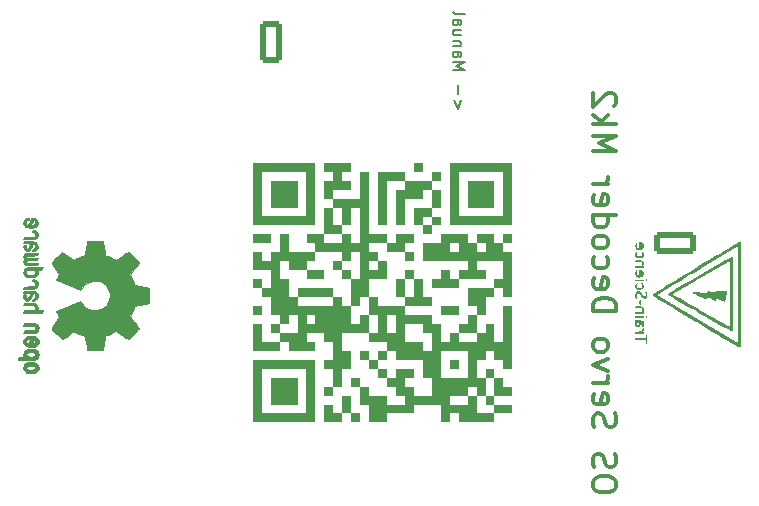
<source format=gbr>
%TF.GenerationSoftware,KiCad,Pcbnew,8.0.2*%
%TF.CreationDate,2024-10-12T15:06:23+02:00*%
%TF.ProjectId,OS-servoDriver_relay,4f532d73-6572-4766-9f44-72697665725f,rev?*%
%TF.SameCoordinates,Original*%
%TF.FileFunction,Legend,Bot*%
%TF.FilePolarity,Positive*%
%FSLAX46Y46*%
G04 Gerber Fmt 4.6, Leading zero omitted, Abs format (unit mm)*
G04 Created by KiCad (PCBNEW 8.0.2) date 2024-10-12 15:06:23*
%MOMM*%
%LPD*%
G01*
G04 APERTURE LIST*
G04 Aperture macros list*
%AMRoundRect*
0 Rectangle with rounded corners*
0 $1 Rounding radius*
0 $2 $3 $4 $5 $6 $7 $8 $9 X,Y pos of 4 corners*
0 Add a 4 corners polygon primitive as box body*
4,1,4,$2,$3,$4,$5,$6,$7,$8,$9,$2,$3,0*
0 Add four circle primitives for the rounded corners*
1,1,$1+$1,$2,$3*
1,1,$1+$1,$4,$5*
1,1,$1+$1,$6,$7*
1,1,$1+$1,$8,$9*
0 Add four rect primitives between the rounded corners*
20,1,$1+$1,$2,$3,$4,$5,0*
20,1,$1+$1,$4,$5,$6,$7,0*
20,1,$1+$1,$6,$7,$8,$9,0*
20,1,$1+$1,$8,$9,$2,$3,0*%
G04 Aperture macros list end*
%ADD10C,0.150000*%
%ADD11C,0.300000*%
%ADD12C,0.010000*%
%ADD13C,0.000000*%
%ADD14C,3.200000*%
%ADD15R,2.600000X2.600000*%
%ADD16C,2.600000*%
%ADD17R,1.700000X1.700000*%
%ADD18O,1.700000X1.700000*%
%ADD19RoundRect,0.250000X0.650000X1.550000X-0.650000X1.550000X-0.650000X-1.550000X0.650000X-1.550000X0*%
%ADD20O,1.800000X3.600000*%
%ADD21RoundRect,0.250000X1.550000X-0.650000X1.550000X0.650000X-1.550000X0.650000X-1.550000X-0.650000X0*%
%ADD22O,3.600000X1.800000*%
G04 APERTURE END LIST*
D10*
X222792847Y-115487316D02*
X222507133Y-116249220D01*
X222507133Y-116249220D02*
X222221419Y-115487316D01*
X222507133Y-115011125D02*
X222507133Y-114249221D01*
X222126180Y-113011125D02*
X223126180Y-113011125D01*
X223126180Y-113011125D02*
X222411895Y-112677792D01*
X222411895Y-112677792D02*
X223126180Y-112344459D01*
X223126180Y-112344459D02*
X222126180Y-112344459D01*
X222126180Y-111439697D02*
X222649990Y-111439697D01*
X222649990Y-111439697D02*
X222745228Y-111487316D01*
X222745228Y-111487316D02*
X222792847Y-111582554D01*
X222792847Y-111582554D02*
X222792847Y-111773030D01*
X222792847Y-111773030D02*
X222745228Y-111868268D01*
X222173800Y-111439697D02*
X222126180Y-111534935D01*
X222126180Y-111534935D02*
X222126180Y-111773030D01*
X222126180Y-111773030D02*
X222173800Y-111868268D01*
X222173800Y-111868268D02*
X222269038Y-111915887D01*
X222269038Y-111915887D02*
X222364276Y-111915887D01*
X222364276Y-111915887D02*
X222459514Y-111868268D01*
X222459514Y-111868268D02*
X222507133Y-111773030D01*
X222507133Y-111773030D02*
X222507133Y-111534935D01*
X222507133Y-111534935D02*
X222554752Y-111439697D01*
X222792847Y-110963506D02*
X222126180Y-110963506D01*
X222697609Y-110963506D02*
X222745228Y-110915887D01*
X222745228Y-110915887D02*
X222792847Y-110820649D01*
X222792847Y-110820649D02*
X222792847Y-110677792D01*
X222792847Y-110677792D02*
X222745228Y-110582554D01*
X222745228Y-110582554D02*
X222649990Y-110534935D01*
X222649990Y-110534935D02*
X222126180Y-110534935D01*
X222792847Y-109630173D02*
X222126180Y-109630173D01*
X222792847Y-110058744D02*
X222269038Y-110058744D01*
X222269038Y-110058744D02*
X222173800Y-110011125D01*
X222173800Y-110011125D02*
X222126180Y-109915887D01*
X222126180Y-109915887D02*
X222126180Y-109773030D01*
X222126180Y-109773030D02*
X222173800Y-109677792D01*
X222173800Y-109677792D02*
X222221419Y-109630173D01*
X222126180Y-108725411D02*
X222649990Y-108725411D01*
X222649990Y-108725411D02*
X222745228Y-108773030D01*
X222745228Y-108773030D02*
X222792847Y-108868268D01*
X222792847Y-108868268D02*
X222792847Y-109058744D01*
X222792847Y-109058744D02*
X222745228Y-109153982D01*
X222173800Y-108725411D02*
X222126180Y-108820649D01*
X222126180Y-108820649D02*
X222126180Y-109058744D01*
X222126180Y-109058744D02*
X222173800Y-109153982D01*
X222173800Y-109153982D02*
X222269038Y-109201601D01*
X222269038Y-109201601D02*
X222364276Y-109201601D01*
X222364276Y-109201601D02*
X222459514Y-109153982D01*
X222459514Y-109153982D02*
X222507133Y-109058744D01*
X222507133Y-109058744D02*
X222507133Y-108820649D01*
X222507133Y-108820649D02*
X222554752Y-108725411D01*
X222126180Y-108106363D02*
X222173800Y-108201601D01*
X222173800Y-108201601D02*
X222269038Y-108249220D01*
X222269038Y-108249220D02*
X223126180Y-108249220D01*
D11*
X235940361Y-148254573D02*
X235940361Y-147873620D01*
X235940361Y-147873620D02*
X235845123Y-147683144D01*
X235845123Y-147683144D02*
X235654647Y-147492668D01*
X235654647Y-147492668D02*
X235273695Y-147397430D01*
X235273695Y-147397430D02*
X234607028Y-147397430D01*
X234607028Y-147397430D02*
X234226076Y-147492668D01*
X234226076Y-147492668D02*
X234035600Y-147683144D01*
X234035600Y-147683144D02*
X233940361Y-147873620D01*
X233940361Y-147873620D02*
X233940361Y-148254573D01*
X233940361Y-148254573D02*
X234035600Y-148445049D01*
X234035600Y-148445049D02*
X234226076Y-148635525D01*
X234226076Y-148635525D02*
X234607028Y-148730763D01*
X234607028Y-148730763D02*
X235273695Y-148730763D01*
X235273695Y-148730763D02*
X235654647Y-148635525D01*
X235654647Y-148635525D02*
X235845123Y-148445049D01*
X235845123Y-148445049D02*
X235940361Y-148254573D01*
X234035600Y-146635525D02*
X233940361Y-146349811D01*
X233940361Y-146349811D02*
X233940361Y-145873620D01*
X233940361Y-145873620D02*
X234035600Y-145683144D01*
X234035600Y-145683144D02*
X234130838Y-145587906D01*
X234130838Y-145587906D02*
X234321314Y-145492668D01*
X234321314Y-145492668D02*
X234511790Y-145492668D01*
X234511790Y-145492668D02*
X234702266Y-145587906D01*
X234702266Y-145587906D02*
X234797504Y-145683144D01*
X234797504Y-145683144D02*
X234892742Y-145873620D01*
X234892742Y-145873620D02*
X234987980Y-146254573D01*
X234987980Y-146254573D02*
X235083219Y-146445049D01*
X235083219Y-146445049D02*
X235178457Y-146540287D01*
X235178457Y-146540287D02*
X235368933Y-146635525D01*
X235368933Y-146635525D02*
X235559409Y-146635525D01*
X235559409Y-146635525D02*
X235749885Y-146540287D01*
X235749885Y-146540287D02*
X235845123Y-146445049D01*
X235845123Y-146445049D02*
X235940361Y-146254573D01*
X235940361Y-146254573D02*
X235940361Y-145778382D01*
X235940361Y-145778382D02*
X235845123Y-145492668D01*
X234035600Y-143206953D02*
X233940361Y-142921239D01*
X233940361Y-142921239D02*
X233940361Y-142445048D01*
X233940361Y-142445048D02*
X234035600Y-142254572D01*
X234035600Y-142254572D02*
X234130838Y-142159334D01*
X234130838Y-142159334D02*
X234321314Y-142064096D01*
X234321314Y-142064096D02*
X234511790Y-142064096D01*
X234511790Y-142064096D02*
X234702266Y-142159334D01*
X234702266Y-142159334D02*
X234797504Y-142254572D01*
X234797504Y-142254572D02*
X234892742Y-142445048D01*
X234892742Y-142445048D02*
X234987980Y-142826001D01*
X234987980Y-142826001D02*
X235083219Y-143016477D01*
X235083219Y-143016477D02*
X235178457Y-143111715D01*
X235178457Y-143111715D02*
X235368933Y-143206953D01*
X235368933Y-143206953D02*
X235559409Y-143206953D01*
X235559409Y-143206953D02*
X235749885Y-143111715D01*
X235749885Y-143111715D02*
X235845123Y-143016477D01*
X235845123Y-143016477D02*
X235940361Y-142826001D01*
X235940361Y-142826001D02*
X235940361Y-142349810D01*
X235940361Y-142349810D02*
X235845123Y-142064096D01*
X234035600Y-140445048D02*
X233940361Y-140635524D01*
X233940361Y-140635524D02*
X233940361Y-141016477D01*
X233940361Y-141016477D02*
X234035600Y-141206953D01*
X234035600Y-141206953D02*
X234226076Y-141302191D01*
X234226076Y-141302191D02*
X234987980Y-141302191D01*
X234987980Y-141302191D02*
X235178457Y-141206953D01*
X235178457Y-141206953D02*
X235273695Y-141016477D01*
X235273695Y-141016477D02*
X235273695Y-140635524D01*
X235273695Y-140635524D02*
X235178457Y-140445048D01*
X235178457Y-140445048D02*
X234987980Y-140349810D01*
X234987980Y-140349810D02*
X234797504Y-140349810D01*
X234797504Y-140349810D02*
X234607028Y-141302191D01*
X233940361Y-139492667D02*
X235273695Y-139492667D01*
X234892742Y-139492667D02*
X235083219Y-139397429D01*
X235083219Y-139397429D02*
X235178457Y-139302191D01*
X235178457Y-139302191D02*
X235273695Y-139111715D01*
X235273695Y-139111715D02*
X235273695Y-138921238D01*
X235273695Y-138445048D02*
X233940361Y-137968858D01*
X233940361Y-137968858D02*
X235273695Y-137492667D01*
X233940361Y-136445048D02*
X234035600Y-136635524D01*
X234035600Y-136635524D02*
X234130838Y-136730762D01*
X234130838Y-136730762D02*
X234321314Y-136826000D01*
X234321314Y-136826000D02*
X234892742Y-136826000D01*
X234892742Y-136826000D02*
X235083219Y-136730762D01*
X235083219Y-136730762D02*
X235178457Y-136635524D01*
X235178457Y-136635524D02*
X235273695Y-136445048D01*
X235273695Y-136445048D02*
X235273695Y-136159333D01*
X235273695Y-136159333D02*
X235178457Y-135968857D01*
X235178457Y-135968857D02*
X235083219Y-135873619D01*
X235083219Y-135873619D02*
X234892742Y-135778381D01*
X234892742Y-135778381D02*
X234321314Y-135778381D01*
X234321314Y-135778381D02*
X234130838Y-135873619D01*
X234130838Y-135873619D02*
X234035600Y-135968857D01*
X234035600Y-135968857D02*
X233940361Y-136159333D01*
X233940361Y-136159333D02*
X233940361Y-136445048D01*
X233940361Y-133397428D02*
X235940361Y-133397428D01*
X235940361Y-133397428D02*
X235940361Y-132921238D01*
X235940361Y-132921238D02*
X235845123Y-132635523D01*
X235845123Y-132635523D02*
X235654647Y-132445047D01*
X235654647Y-132445047D02*
X235464171Y-132349809D01*
X235464171Y-132349809D02*
X235083219Y-132254571D01*
X235083219Y-132254571D02*
X234797504Y-132254571D01*
X234797504Y-132254571D02*
X234416552Y-132349809D01*
X234416552Y-132349809D02*
X234226076Y-132445047D01*
X234226076Y-132445047D02*
X234035600Y-132635523D01*
X234035600Y-132635523D02*
X233940361Y-132921238D01*
X233940361Y-132921238D02*
X233940361Y-133397428D01*
X234035600Y-130635523D02*
X233940361Y-130825999D01*
X233940361Y-130825999D02*
X233940361Y-131206952D01*
X233940361Y-131206952D02*
X234035600Y-131397428D01*
X234035600Y-131397428D02*
X234226076Y-131492666D01*
X234226076Y-131492666D02*
X234987980Y-131492666D01*
X234987980Y-131492666D02*
X235178457Y-131397428D01*
X235178457Y-131397428D02*
X235273695Y-131206952D01*
X235273695Y-131206952D02*
X235273695Y-130825999D01*
X235273695Y-130825999D02*
X235178457Y-130635523D01*
X235178457Y-130635523D02*
X234987980Y-130540285D01*
X234987980Y-130540285D02*
X234797504Y-130540285D01*
X234797504Y-130540285D02*
X234607028Y-131492666D01*
X234035600Y-128825999D02*
X233940361Y-129016475D01*
X233940361Y-129016475D02*
X233940361Y-129397428D01*
X233940361Y-129397428D02*
X234035600Y-129587904D01*
X234035600Y-129587904D02*
X234130838Y-129683142D01*
X234130838Y-129683142D02*
X234321314Y-129778380D01*
X234321314Y-129778380D02*
X234892742Y-129778380D01*
X234892742Y-129778380D02*
X235083219Y-129683142D01*
X235083219Y-129683142D02*
X235178457Y-129587904D01*
X235178457Y-129587904D02*
X235273695Y-129397428D01*
X235273695Y-129397428D02*
X235273695Y-129016475D01*
X235273695Y-129016475D02*
X235178457Y-128825999D01*
X233940361Y-127683142D02*
X234035600Y-127873618D01*
X234035600Y-127873618D02*
X234130838Y-127968856D01*
X234130838Y-127968856D02*
X234321314Y-128064094D01*
X234321314Y-128064094D02*
X234892742Y-128064094D01*
X234892742Y-128064094D02*
X235083219Y-127968856D01*
X235083219Y-127968856D02*
X235178457Y-127873618D01*
X235178457Y-127873618D02*
X235273695Y-127683142D01*
X235273695Y-127683142D02*
X235273695Y-127397427D01*
X235273695Y-127397427D02*
X235178457Y-127206951D01*
X235178457Y-127206951D02*
X235083219Y-127111713D01*
X235083219Y-127111713D02*
X234892742Y-127016475D01*
X234892742Y-127016475D02*
X234321314Y-127016475D01*
X234321314Y-127016475D02*
X234130838Y-127111713D01*
X234130838Y-127111713D02*
X234035600Y-127206951D01*
X234035600Y-127206951D02*
X233940361Y-127397427D01*
X233940361Y-127397427D02*
X233940361Y-127683142D01*
X233940361Y-125302189D02*
X235940361Y-125302189D01*
X234035600Y-125302189D02*
X233940361Y-125492665D01*
X233940361Y-125492665D02*
X233940361Y-125873618D01*
X233940361Y-125873618D02*
X234035600Y-126064094D01*
X234035600Y-126064094D02*
X234130838Y-126159332D01*
X234130838Y-126159332D02*
X234321314Y-126254570D01*
X234321314Y-126254570D02*
X234892742Y-126254570D01*
X234892742Y-126254570D02*
X235083219Y-126159332D01*
X235083219Y-126159332D02*
X235178457Y-126064094D01*
X235178457Y-126064094D02*
X235273695Y-125873618D01*
X235273695Y-125873618D02*
X235273695Y-125492665D01*
X235273695Y-125492665D02*
X235178457Y-125302189D01*
X234035600Y-123587903D02*
X233940361Y-123778379D01*
X233940361Y-123778379D02*
X233940361Y-124159332D01*
X233940361Y-124159332D02*
X234035600Y-124349808D01*
X234035600Y-124349808D02*
X234226076Y-124445046D01*
X234226076Y-124445046D02*
X234987980Y-124445046D01*
X234987980Y-124445046D02*
X235178457Y-124349808D01*
X235178457Y-124349808D02*
X235273695Y-124159332D01*
X235273695Y-124159332D02*
X235273695Y-123778379D01*
X235273695Y-123778379D02*
X235178457Y-123587903D01*
X235178457Y-123587903D02*
X234987980Y-123492665D01*
X234987980Y-123492665D02*
X234797504Y-123492665D01*
X234797504Y-123492665D02*
X234607028Y-124445046D01*
X233940361Y-122635522D02*
X235273695Y-122635522D01*
X234892742Y-122635522D02*
X235083219Y-122540284D01*
X235083219Y-122540284D02*
X235178457Y-122445046D01*
X235178457Y-122445046D02*
X235273695Y-122254570D01*
X235273695Y-122254570D02*
X235273695Y-122064093D01*
X233940361Y-119873617D02*
X235940361Y-119873617D01*
X235940361Y-119873617D02*
X234511790Y-119206950D01*
X234511790Y-119206950D02*
X235940361Y-118540284D01*
X235940361Y-118540284D02*
X233940361Y-118540284D01*
X233940361Y-117587903D02*
X235940361Y-117587903D01*
X234702266Y-117397427D02*
X233940361Y-116825998D01*
X235273695Y-116825998D02*
X234511790Y-117587903D01*
X235749885Y-116064093D02*
X235845123Y-115968855D01*
X235845123Y-115968855D02*
X235940361Y-115778379D01*
X235940361Y-115778379D02*
X235940361Y-115302188D01*
X235940361Y-115302188D02*
X235845123Y-115111712D01*
X235845123Y-115111712D02*
X235749885Y-115016474D01*
X235749885Y-115016474D02*
X235559409Y-114921236D01*
X235559409Y-114921236D02*
X235368933Y-114921236D01*
X235368933Y-114921236D02*
X235083219Y-115016474D01*
X235083219Y-115016474D02*
X233940361Y-116159331D01*
X233940361Y-116159331D02*
X233940361Y-114921236D01*
D12*
%TO.C,REF\u002A\u002A*%
X186662594Y-126510847D02*
X186764382Y-126554897D01*
X186859765Y-126626123D01*
X186925731Y-126709415D01*
X186940982Y-126744310D01*
X186966479Y-126876443D01*
X186956381Y-127016725D01*
X186911607Y-127137261D01*
X186877966Y-127187388D01*
X186829764Y-127238152D01*
X186768449Y-127274362D01*
X186684976Y-127298393D01*
X186570303Y-127312618D01*
X186415387Y-127319412D01*
X186211186Y-127321149D01*
X186105659Y-127320809D01*
X185961459Y-127319101D01*
X185846380Y-127316201D01*
X185770178Y-127312384D01*
X185742609Y-127307925D01*
X185751728Y-127278909D01*
X185776491Y-127220339D01*
X185777293Y-127218581D01*
X185793215Y-127188167D01*
X185815062Y-127167712D01*
X185853328Y-127155240D01*
X185918505Y-127148777D01*
X186021087Y-127146348D01*
X186171567Y-127145977D01*
X186267026Y-127145229D01*
X186446429Y-127137256D01*
X186577837Y-127118998D01*
X186668141Y-127088526D01*
X186724233Y-127043912D01*
X186753006Y-126983226D01*
X186755011Y-126974807D01*
X186756577Y-126861139D01*
X186705652Y-126772492D01*
X186603555Y-126711265D01*
X186574039Y-126700346D01*
X186508717Y-126675458D01*
X186478700Y-126662854D01*
X186482836Y-126636969D01*
X186505283Y-126580439D01*
X186542353Y-126527715D01*
X186612413Y-126503678D01*
X186662594Y-126510847D01*
G36*
X186662594Y-126510847D02*
G01*
X186764382Y-126554897D01*
X186859765Y-126626123D01*
X186925731Y-126709415D01*
X186940982Y-126744310D01*
X186966479Y-126876443D01*
X186956381Y-127016725D01*
X186911607Y-127137261D01*
X186877966Y-127187388D01*
X186829764Y-127238152D01*
X186768449Y-127274362D01*
X186684976Y-127298393D01*
X186570303Y-127312618D01*
X186415387Y-127319412D01*
X186211186Y-127321149D01*
X186105659Y-127320809D01*
X185961459Y-127319101D01*
X185846380Y-127316201D01*
X185770178Y-127312384D01*
X185742609Y-127307925D01*
X185751728Y-127278909D01*
X185776491Y-127220339D01*
X185777293Y-127218581D01*
X185793215Y-127188167D01*
X185815062Y-127167712D01*
X185853328Y-127155240D01*
X185918505Y-127148777D01*
X186021087Y-127146348D01*
X186171567Y-127145977D01*
X186267026Y-127145229D01*
X186446429Y-127137256D01*
X186577837Y-127118998D01*
X186668141Y-127088526D01*
X186724233Y-127043912D01*
X186753006Y-126983226D01*
X186755011Y-126974807D01*
X186756577Y-126861139D01*
X186705652Y-126772492D01*
X186603555Y-126711265D01*
X186574039Y-126700346D01*
X186508717Y-126675458D01*
X186478700Y-126662854D01*
X186482836Y-126636969D01*
X186505283Y-126580439D01*
X186542353Y-126527715D01*
X186612413Y-126503678D01*
X186662594Y-126510847D01*
G37*
X186387902Y-134386951D02*
X186554494Y-134391380D01*
X186678532Y-134402594D01*
X186770013Y-134423272D01*
X186838934Y-134456093D01*
X186895293Y-134503736D01*
X186949086Y-134568877D01*
X187003281Y-134662571D01*
X187038661Y-134810175D01*
X187023311Y-134958487D01*
X186959230Y-135094848D01*
X186848416Y-135206598D01*
X186813727Y-135229761D01*
X186774410Y-135248973D01*
X186724855Y-135262598D01*
X186655432Y-135271877D01*
X186556510Y-135278050D01*
X186418461Y-135282357D01*
X186231654Y-135286038D01*
X185713458Y-135295180D01*
X185742656Y-135218383D01*
X185769480Y-135148068D01*
X185795294Y-135095424D01*
X185828569Y-135061060D01*
X185879490Y-135041093D01*
X185958239Y-135031639D01*
X186075001Y-135028814D01*
X186239958Y-135028736D01*
X186371442Y-135028336D01*
X186497606Y-135025951D01*
X186583777Y-135020259D01*
X186640328Y-135009961D01*
X186677630Y-134993755D01*
X186706057Y-134970345D01*
X186746173Y-134912793D01*
X186761294Y-134816112D01*
X186723083Y-134720465D01*
X186718190Y-134714152D01*
X186695587Y-134694477D01*
X186659336Y-134679963D01*
X186600489Y-134669394D01*
X186510099Y-134661555D01*
X186379221Y-134655227D01*
X186198905Y-134649195D01*
X185716093Y-134634598D01*
X185771717Y-134510517D01*
X185827341Y-134386437D01*
X186268149Y-134386437D01*
X186387902Y-134386951D01*
G36*
X186387902Y-134386951D02*
G01*
X186554494Y-134391380D01*
X186678532Y-134402594D01*
X186770013Y-134423272D01*
X186838934Y-134456093D01*
X186895293Y-134503736D01*
X186949086Y-134568877D01*
X187003281Y-134662571D01*
X187038661Y-134810175D01*
X187023311Y-134958487D01*
X186959230Y-135094848D01*
X186848416Y-135206598D01*
X186813727Y-135229761D01*
X186774410Y-135248973D01*
X186724855Y-135262598D01*
X186655432Y-135271877D01*
X186556510Y-135278050D01*
X186418461Y-135282357D01*
X186231654Y-135286038D01*
X185713458Y-135295180D01*
X185742656Y-135218383D01*
X185769480Y-135148068D01*
X185795294Y-135095424D01*
X185828569Y-135061060D01*
X185879490Y-135041093D01*
X185958239Y-135031639D01*
X186075001Y-135028814D01*
X186239958Y-135028736D01*
X186371442Y-135028336D01*
X186497606Y-135025951D01*
X186583777Y-135020259D01*
X186640328Y-135009961D01*
X186677630Y-134993755D01*
X186706057Y-134970345D01*
X186746173Y-134912793D01*
X186761294Y-134816112D01*
X186723083Y-134720465D01*
X186718190Y-134714152D01*
X186695587Y-134694477D01*
X186659336Y-134679963D01*
X186600489Y-134669394D01*
X186510099Y-134661555D01*
X186379221Y-134655227D01*
X186198905Y-134649195D01*
X185716093Y-134634598D01*
X185771717Y-134510517D01*
X185827341Y-134386437D01*
X186268149Y-134386437D01*
X186387902Y-134386951D01*
G37*
X186762648Y-130731968D02*
X186823581Y-130773990D01*
X186910141Y-130881435D01*
X186959080Y-131014057D01*
X186965740Y-131155867D01*
X186925464Y-131290872D01*
X186920362Y-131300090D01*
X186861920Y-131375381D01*
X186786785Y-131442698D01*
X186769804Y-131454439D01*
X186730175Y-131476883D01*
X186683142Y-131492918D01*
X186618508Y-131503945D01*
X186526077Y-131511365D01*
X186395651Y-131516579D01*
X186217035Y-131520989D01*
X186186838Y-131521614D01*
X185991059Y-131523620D01*
X185852397Y-131520792D01*
X185769897Y-131513088D01*
X185742609Y-131500466D01*
X185750780Y-131462267D01*
X185775537Y-131397374D01*
X185782777Y-131382094D01*
X185799165Y-131358227D01*
X185826107Y-131341769D01*
X185873167Y-131331005D01*
X185949912Y-131324219D01*
X186065905Y-131319693D01*
X186230713Y-131315713D01*
X186278888Y-131314622D01*
X186431040Y-131310407D01*
X186537524Y-131304936D01*
X186608435Y-131296554D01*
X186653871Y-131283606D01*
X186683928Y-131264439D01*
X186708704Y-131237398D01*
X186752139Y-131157337D01*
X186760502Y-131058846D01*
X186727266Y-130970719D01*
X186658452Y-130907314D01*
X186560080Y-130882988D01*
X186533342Y-130882311D01*
X186484935Y-130869024D01*
X186477550Y-130829796D01*
X186506376Y-130752983D01*
X186515622Y-130735192D01*
X186569994Y-130687109D01*
X186650839Y-130686157D01*
X186762648Y-130731968D01*
G36*
X186762648Y-130731968D02*
G01*
X186823581Y-130773990D01*
X186910141Y-130881435D01*
X186959080Y-131014057D01*
X186965740Y-131155867D01*
X186925464Y-131290872D01*
X186920362Y-131300090D01*
X186861920Y-131375381D01*
X186786785Y-131442698D01*
X186769804Y-131454439D01*
X186730175Y-131476883D01*
X186683142Y-131492918D01*
X186618508Y-131503945D01*
X186526077Y-131511365D01*
X186395651Y-131516579D01*
X186217035Y-131520989D01*
X186186838Y-131521614D01*
X185991059Y-131523620D01*
X185852397Y-131520792D01*
X185769897Y-131513088D01*
X185742609Y-131500466D01*
X185750780Y-131462267D01*
X185775537Y-131397374D01*
X185782777Y-131382094D01*
X185799165Y-131358227D01*
X185826107Y-131341769D01*
X185873167Y-131331005D01*
X185949912Y-131324219D01*
X186065905Y-131319693D01*
X186230713Y-131315713D01*
X186278888Y-131314622D01*
X186431040Y-131310407D01*
X186537524Y-131304936D01*
X186608435Y-131296554D01*
X186653871Y-131283606D01*
X186683928Y-131264439D01*
X186708704Y-131237398D01*
X186752139Y-131157337D01*
X186760502Y-131058846D01*
X186727266Y-130970719D01*
X186658452Y-130907314D01*
X186560080Y-130882988D01*
X186533342Y-130882311D01*
X186484935Y-130869024D01*
X186477550Y-130829796D01*
X186506376Y-130752983D01*
X186515622Y-130735192D01*
X186569994Y-130687109D01*
X186650839Y-130686157D01*
X186762648Y-130731968D01*
G37*
X186600179Y-128489685D02*
X186747609Y-128491929D01*
X186864347Y-128495421D01*
X186941160Y-128499876D01*
X186968816Y-128505013D01*
X186968742Y-128506090D01*
X186954981Y-128543407D01*
X186924656Y-128606457D01*
X186880495Y-128691854D01*
X186421035Y-128699893D01*
X185961575Y-128707931D01*
X185961575Y-128883103D01*
X186465195Y-128891092D01*
X186602096Y-128893624D01*
X186748421Y-128897249D01*
X186864589Y-128901177D01*
X186941191Y-128905080D01*
X186968816Y-128908632D01*
X186968719Y-128909653D01*
X186958557Y-128945051D01*
X186936765Y-129010126D01*
X186904713Y-129102069D01*
X186462339Y-129102516D01*
X186385493Y-129102964D01*
X186236166Y-129106069D01*
X186111456Y-129111622D01*
X186022621Y-129119033D01*
X185980917Y-129127714D01*
X185958611Y-129158771D01*
X185951722Y-129222152D01*
X185961575Y-129291839D01*
X186465195Y-129299827D01*
X186593172Y-129302686D01*
X186744652Y-129308614D01*
X186863470Y-129316365D01*
X186941050Y-129325343D01*
X186968816Y-129334948D01*
X186960030Y-129372410D01*
X186934934Y-129436442D01*
X186901053Y-129510805D01*
X185922273Y-129510805D01*
X185829883Y-129418415D01*
X185809165Y-129397310D01*
X185763115Y-129338847D01*
X185748199Y-129279886D01*
X185755066Y-129192150D01*
X185759506Y-129156429D01*
X185768898Y-129064301D01*
X185772639Y-128999885D01*
X185772067Y-128980778D01*
X185765874Y-128902390D01*
X185755066Y-128807620D01*
X185751353Y-128777298D01*
X185749893Y-128700911D01*
X185772953Y-128645022D01*
X185829883Y-128581355D01*
X185922273Y-128488965D01*
X186445545Y-128488965D01*
X186600179Y-128489685D01*
G36*
X186600179Y-128489685D02*
G01*
X186747609Y-128491929D01*
X186864347Y-128495421D01*
X186941160Y-128499876D01*
X186968816Y-128505013D01*
X186968742Y-128506090D01*
X186954981Y-128543407D01*
X186924656Y-128606457D01*
X186880495Y-128691854D01*
X186421035Y-128699893D01*
X185961575Y-128707931D01*
X185961575Y-128883103D01*
X186465195Y-128891092D01*
X186602096Y-128893624D01*
X186748421Y-128897249D01*
X186864589Y-128901177D01*
X186941191Y-128905080D01*
X186968816Y-128908632D01*
X186968719Y-128909653D01*
X186958557Y-128945051D01*
X186936765Y-129010126D01*
X186904713Y-129102069D01*
X186462339Y-129102516D01*
X186385493Y-129102964D01*
X186236166Y-129106069D01*
X186111456Y-129111622D01*
X186022621Y-129119033D01*
X185980917Y-129127714D01*
X185958611Y-129158771D01*
X185951722Y-129222152D01*
X185961575Y-129291839D01*
X186465195Y-129299827D01*
X186593172Y-129302686D01*
X186744652Y-129308614D01*
X186863470Y-129316365D01*
X186941050Y-129325343D01*
X186968816Y-129334948D01*
X186960030Y-129372410D01*
X186934934Y-129436442D01*
X186901053Y-129510805D01*
X185922273Y-129510805D01*
X185829883Y-129418415D01*
X185809165Y-129397310D01*
X185763115Y-129338847D01*
X185748199Y-129279886D01*
X185755066Y-129192150D01*
X185759506Y-129156429D01*
X185768898Y-129064301D01*
X185772639Y-128999885D01*
X185772067Y-128980778D01*
X185765874Y-128902390D01*
X185755066Y-128807620D01*
X185751353Y-128777298D01*
X185749893Y-128700911D01*
X185772953Y-128645022D01*
X185829883Y-128581355D01*
X185922273Y-128488965D01*
X186445545Y-128488965D01*
X186600179Y-128489685D01*
G37*
X186219891Y-132693149D02*
X186256674Y-132693218D01*
X186448420Y-132697081D01*
X186593414Y-132708950D01*
X186701490Y-132731725D01*
X186782481Y-132768307D01*
X186846222Y-132821595D01*
X186902545Y-132894490D01*
X186937801Y-132965586D01*
X186965054Y-133079255D01*
X186966602Y-133191060D01*
X186940090Y-133277011D01*
X186936429Y-133283473D01*
X186936821Y-133303401D01*
X186967494Y-133317019D01*
X187037812Y-133326846D01*
X187157143Y-133335402D01*
X187402027Y-133350000D01*
X187362003Y-133444885D01*
X187321980Y-133539770D01*
X186532294Y-133539770D01*
X186523080Y-133539769D01*
X186315917Y-133539377D01*
X186129568Y-133538329D01*
X185971547Y-133536722D01*
X185849370Y-133534655D01*
X185770552Y-133532225D01*
X185742609Y-133529529D01*
X185742703Y-133528475D01*
X185752856Y-133492647D01*
X185774661Y-133427345D01*
X185806712Y-133335402D01*
X186218009Y-133335402D01*
X186379615Y-133334818D01*
X186496823Y-133332104D01*
X186576585Y-133325858D01*
X186629469Y-133314680D01*
X186666043Y-133297168D01*
X186696877Y-133271922D01*
X186713275Y-133254710D01*
X186758693Y-133161636D01*
X186754672Y-133059051D01*
X186700968Y-132965043D01*
X186687641Y-132951358D01*
X186659968Y-132929439D01*
X186623386Y-132914440D01*
X186568000Y-132905053D01*
X186483912Y-132899968D01*
X186361227Y-132897877D01*
X186190049Y-132897471D01*
X186103231Y-132897276D01*
X185960435Y-132896010D01*
X185846077Y-132893761D01*
X185770140Y-132890758D01*
X185742609Y-132887230D01*
X185742703Y-132886176D01*
X185752856Y-132850348D01*
X185774661Y-132785046D01*
X185806712Y-132693103D01*
X186219891Y-132693149D01*
G36*
X186219891Y-132693149D02*
G01*
X186256674Y-132693218D01*
X186448420Y-132697081D01*
X186593414Y-132708950D01*
X186701490Y-132731725D01*
X186782481Y-132768307D01*
X186846222Y-132821595D01*
X186902545Y-132894490D01*
X186937801Y-132965586D01*
X186965054Y-133079255D01*
X186966602Y-133191060D01*
X186940090Y-133277011D01*
X186936429Y-133283473D01*
X186936821Y-133303401D01*
X186967494Y-133317019D01*
X187037812Y-133326846D01*
X187157143Y-133335402D01*
X187402027Y-133350000D01*
X187362003Y-133444885D01*
X187321980Y-133539770D01*
X186532294Y-133539770D01*
X186523080Y-133539769D01*
X186315917Y-133539377D01*
X186129568Y-133538329D01*
X185971547Y-133536722D01*
X185849370Y-133534655D01*
X185770552Y-133532225D01*
X185742609Y-133529529D01*
X185742703Y-133528475D01*
X185752856Y-133492647D01*
X185774661Y-133427345D01*
X185806712Y-133335402D01*
X186218009Y-133335402D01*
X186379615Y-133334818D01*
X186496823Y-133332104D01*
X186576585Y-133325858D01*
X186629469Y-133314680D01*
X186666043Y-133297168D01*
X186696877Y-133271922D01*
X186713275Y-133254710D01*
X186758693Y-133161636D01*
X186754672Y-133059051D01*
X186700968Y-132965043D01*
X186687641Y-132951358D01*
X186659968Y-132929439D01*
X186623386Y-132914440D01*
X186568000Y-132905053D01*
X186483912Y-132899968D01*
X186361227Y-132897877D01*
X186190049Y-132897471D01*
X186103231Y-132897276D01*
X185960435Y-132896010D01*
X185846077Y-132893761D01*
X185770140Y-132890758D01*
X185742609Y-132887230D01*
X185742703Y-132886176D01*
X185752856Y-132850348D01*
X185774661Y-132785046D01*
X185806712Y-132693103D01*
X186219891Y-132693149D01*
G37*
X186499773Y-137715871D02*
X186641008Y-137730161D01*
X186752787Y-137758075D01*
X186827234Y-137793949D01*
X186943032Y-137894939D01*
X187014985Y-138031779D01*
X187039719Y-138199283D01*
X187038381Y-138244019D01*
X187010992Y-138375758D01*
X186941993Y-138483968D01*
X186823136Y-138583276D01*
X186814319Y-138589184D01*
X186766892Y-138615921D01*
X186713286Y-138633312D01*
X186640451Y-138643312D01*
X186535341Y-138647878D01*
X186394981Y-138648893D01*
X186384908Y-138648965D01*
X186353256Y-138648938D01*
X186212082Y-138647355D01*
X186113715Y-138641916D01*
X186045010Y-138630643D01*
X185992819Y-138611561D01*
X185943996Y-138582694D01*
X185933865Y-138575592D01*
X185853988Y-138500444D01*
X185793747Y-138414820D01*
X185774198Y-138370852D01*
X185744874Y-138228764D01*
X186013828Y-138228764D01*
X186063759Y-138298621D01*
X186076898Y-138310771D01*
X186116215Y-138334575D01*
X186173326Y-138348628D01*
X186261744Y-138355313D01*
X186394981Y-138357011D01*
X186519778Y-138354101D01*
X186638674Y-138339582D01*
X186713816Y-138309610D01*
X186753107Y-138260589D01*
X186764448Y-138188924D01*
X186762193Y-138161632D01*
X186720840Y-138085176D01*
X186628100Y-138034650D01*
X186484853Y-138010384D01*
X186291980Y-138012706D01*
X186279567Y-138013639D01*
X186173143Y-138027242D01*
X186105654Y-138051465D01*
X186059416Y-138092365D01*
X186016105Y-138160941D01*
X186013828Y-138228764D01*
X185744874Y-138228764D01*
X185741592Y-138212861D01*
X185762683Y-138056613D01*
X185834751Y-137912618D01*
X185955078Y-137791385D01*
X185971197Y-137781150D01*
X186064795Y-137747847D01*
X186195121Y-137725405D01*
X186345629Y-137714516D01*
X186499773Y-137715871D01*
G36*
X186499773Y-137715871D02*
G01*
X186641008Y-137730161D01*
X186752787Y-137758075D01*
X186827234Y-137793949D01*
X186943032Y-137894939D01*
X187014985Y-138031779D01*
X187039719Y-138199283D01*
X187038381Y-138244019D01*
X187010992Y-138375758D01*
X186941993Y-138483968D01*
X186823136Y-138583276D01*
X186814319Y-138589184D01*
X186766892Y-138615921D01*
X186713286Y-138633312D01*
X186640451Y-138643312D01*
X186535341Y-138647878D01*
X186394981Y-138648893D01*
X186384908Y-138648965D01*
X186353256Y-138648938D01*
X186212082Y-138647355D01*
X186113715Y-138641916D01*
X186045010Y-138630643D01*
X185992819Y-138611561D01*
X185943996Y-138582694D01*
X185933865Y-138575592D01*
X185853988Y-138500444D01*
X185793747Y-138414820D01*
X185774198Y-138370852D01*
X185744874Y-138228764D01*
X186013828Y-138228764D01*
X186063759Y-138298621D01*
X186076898Y-138310771D01*
X186116215Y-138334575D01*
X186173326Y-138348628D01*
X186261744Y-138355313D01*
X186394981Y-138357011D01*
X186519778Y-138354101D01*
X186638674Y-138339582D01*
X186713816Y-138309610D01*
X186753107Y-138260589D01*
X186764448Y-138188924D01*
X186762193Y-138161632D01*
X186720840Y-138085176D01*
X186628100Y-138034650D01*
X186484853Y-138010384D01*
X186291980Y-138012706D01*
X186279567Y-138013639D01*
X186173143Y-138027242D01*
X186105654Y-138051465D01*
X186059416Y-138092365D01*
X186016105Y-138160941D01*
X186013828Y-138228764D01*
X185744874Y-138228764D01*
X185741592Y-138212861D01*
X185762683Y-138056613D01*
X185834751Y-137912618D01*
X185955078Y-137791385D01*
X185971197Y-137781150D01*
X186064795Y-137747847D01*
X186195121Y-137725405D01*
X186345629Y-137714516D01*
X186499773Y-137715871D01*
G37*
X186230060Y-125598447D02*
X186191491Y-125662175D01*
X186100992Y-125717567D01*
X186072017Y-125729131D01*
X185989959Y-125793788D01*
X185948653Y-125881804D01*
X185952367Y-125977637D01*
X186005368Y-126065747D01*
X186038418Y-126096028D01*
X186088280Y-126123489D01*
X186133584Y-126114899D01*
X186180210Y-126065463D01*
X186234042Y-125970389D01*
X186300961Y-125824885D01*
X186431944Y-125525632D01*
X186561702Y-125517691D01*
X186658745Y-125521196D01*
X186781383Y-125565336D01*
X186848966Y-125621050D01*
X186924460Y-125736561D01*
X186962597Y-125873588D01*
X186959578Y-126015237D01*
X186911607Y-126144617D01*
X186893187Y-126173099D01*
X186836189Y-126238428D01*
X186764084Y-126283106D01*
X186666147Y-126310641D01*
X186531649Y-126324541D01*
X186443147Y-126326378D01*
X186349864Y-126328313D01*
X186272054Y-126327744D01*
X186118746Y-126320612D01*
X186006559Y-126301948D01*
X185923446Y-126267537D01*
X185857359Y-126213162D01*
X185802749Y-126142961D01*
X186384908Y-126142961D01*
X186393104Y-126148056D01*
X186443147Y-126150101D01*
X186523586Y-126142812D01*
X186602247Y-126124452D01*
X186701349Y-126067188D01*
X186757192Y-125984524D01*
X186764750Y-125885784D01*
X186719000Y-125780289D01*
X186696124Y-125751053D01*
X186644351Y-125715652D01*
X186593185Y-125730453D01*
X186538558Y-125797797D01*
X186476403Y-125920027D01*
X186467399Y-125940253D01*
X186425507Y-126036970D01*
X186396042Y-126109334D01*
X186384908Y-126142961D01*
X185802749Y-126142961D01*
X185796253Y-126134610D01*
X185768465Y-126084630D01*
X185749749Y-126004513D01*
X185751226Y-125891970D01*
X185757155Y-125829050D01*
X185775258Y-125753153D01*
X185814609Y-125692487D01*
X185887934Y-125621912D01*
X185898644Y-125612482D01*
X185981062Y-125549034D01*
X186052844Y-125518762D01*
X186137966Y-125511034D01*
X186263054Y-125511034D01*
X186230060Y-125598447D01*
G36*
X186230060Y-125598447D02*
G01*
X186191491Y-125662175D01*
X186100992Y-125717567D01*
X186072017Y-125729131D01*
X185989959Y-125793788D01*
X185948653Y-125881804D01*
X185952367Y-125977637D01*
X186005368Y-126065747D01*
X186038418Y-126096028D01*
X186088280Y-126123489D01*
X186133584Y-126114899D01*
X186180210Y-126065463D01*
X186234042Y-125970389D01*
X186300961Y-125824885D01*
X186431944Y-125525632D01*
X186561702Y-125517691D01*
X186658745Y-125521196D01*
X186781383Y-125565336D01*
X186848966Y-125621050D01*
X186924460Y-125736561D01*
X186962597Y-125873588D01*
X186959578Y-126015237D01*
X186911607Y-126144617D01*
X186893187Y-126173099D01*
X186836189Y-126238428D01*
X186764084Y-126283106D01*
X186666147Y-126310641D01*
X186531649Y-126324541D01*
X186443147Y-126326378D01*
X186349864Y-126328313D01*
X186272054Y-126327744D01*
X186118746Y-126320612D01*
X186006559Y-126301948D01*
X185923446Y-126267537D01*
X185857359Y-126213162D01*
X185802749Y-126142961D01*
X186384908Y-126142961D01*
X186393104Y-126148056D01*
X186443147Y-126150101D01*
X186523586Y-126142812D01*
X186602247Y-126124452D01*
X186701349Y-126067188D01*
X186757192Y-125984524D01*
X186764750Y-125885784D01*
X186719000Y-125780289D01*
X186696124Y-125751053D01*
X186644351Y-125715652D01*
X186593185Y-125730453D01*
X186538558Y-125797797D01*
X186476403Y-125920027D01*
X186467399Y-125940253D01*
X186425507Y-126036970D01*
X186396042Y-126109334D01*
X186384908Y-126142961D01*
X185802749Y-126142961D01*
X185796253Y-126134610D01*
X185768465Y-126084630D01*
X185749749Y-126004513D01*
X185751226Y-125891970D01*
X185757155Y-125829050D01*
X185775258Y-125753153D01*
X185814609Y-125692487D01*
X185887934Y-125621912D01*
X185898644Y-125612482D01*
X185981062Y-125549034D01*
X186052844Y-125518762D01*
X186137966Y-125511034D01*
X186263054Y-125511034D01*
X186230060Y-125598447D01*
G37*
X187364181Y-129780862D02*
X187353301Y-129805949D01*
X187328732Y-129845881D01*
X187291525Y-129868739D01*
X187226459Y-129881301D01*
X187118313Y-129890345D01*
X187021212Y-129898605D01*
X186957465Y-129909523D01*
X186933677Y-129925165D01*
X186940057Y-129948736D01*
X186962475Y-130008801D01*
X186968033Y-130116145D01*
X186947272Y-130231624D01*
X186902545Y-130331257D01*
X186861144Y-130386072D01*
X186780368Y-130456452D01*
X186676805Y-130501528D01*
X186539053Y-130525496D01*
X186363894Y-130532239D01*
X186355713Y-130532553D01*
X186241865Y-130530219D01*
X186086680Y-130513739D01*
X185970388Y-130477883D01*
X185881589Y-130418455D01*
X185808881Y-130331257D01*
X185766850Y-130248195D01*
X185743462Y-130108709D01*
X185752210Y-130061060D01*
X185954008Y-130061060D01*
X185959095Y-130162312D01*
X186018638Y-130256614D01*
X186049486Y-130284694D01*
X186090382Y-130308196D01*
X186146920Y-130321322D01*
X186233343Y-130327030D01*
X186363894Y-130328276D01*
X186463513Y-130327661D01*
X186560749Y-130323407D01*
X186623498Y-130312682D01*
X186665618Y-130292707D01*
X186700968Y-130260704D01*
X186716886Y-130241905D01*
X186759765Y-130144492D01*
X186753015Y-130042437D01*
X186696877Y-129953825D01*
X186674618Y-129934749D01*
X186632707Y-129911486D01*
X186574178Y-129898036D01*
X186485120Y-129891841D01*
X186351621Y-129890345D01*
X186245356Y-129891035D01*
X186149238Y-129895400D01*
X186087189Y-129906192D01*
X186045498Y-129926126D01*
X186010457Y-129957916D01*
X186003721Y-129965364D01*
X185954008Y-130061060D01*
X185752210Y-130061060D01*
X185769035Y-129969412D01*
X185840306Y-129843510D01*
X185954009Y-129744210D01*
X185974976Y-129732219D01*
X186011709Y-129716384D01*
X186058585Y-129704638D01*
X186123645Y-129696378D01*
X186214930Y-129690998D01*
X186340481Y-129687892D01*
X186508339Y-129686457D01*
X186726545Y-129686086D01*
X187403928Y-129685977D01*
X187364181Y-129780862D01*
G36*
X187364181Y-129780862D02*
G01*
X187353301Y-129805949D01*
X187328732Y-129845881D01*
X187291525Y-129868739D01*
X187226459Y-129881301D01*
X187118313Y-129890345D01*
X187021212Y-129898605D01*
X186957465Y-129909523D01*
X186933677Y-129925165D01*
X186940057Y-129948736D01*
X186962475Y-130008801D01*
X186968033Y-130116145D01*
X186947272Y-130231624D01*
X186902545Y-130331257D01*
X186861144Y-130386072D01*
X186780368Y-130456452D01*
X186676805Y-130501528D01*
X186539053Y-130525496D01*
X186363894Y-130532239D01*
X186355713Y-130532553D01*
X186241865Y-130530219D01*
X186086680Y-130513739D01*
X185970388Y-130477883D01*
X185881589Y-130418455D01*
X185808881Y-130331257D01*
X185766850Y-130248195D01*
X185743462Y-130108709D01*
X185752210Y-130061060D01*
X185954008Y-130061060D01*
X185959095Y-130162312D01*
X186018638Y-130256614D01*
X186049486Y-130284694D01*
X186090382Y-130308196D01*
X186146920Y-130321322D01*
X186233343Y-130327030D01*
X186363894Y-130328276D01*
X186463513Y-130327661D01*
X186560749Y-130323407D01*
X186623498Y-130312682D01*
X186665618Y-130292707D01*
X186700968Y-130260704D01*
X186716886Y-130241905D01*
X186759765Y-130144492D01*
X186753015Y-130042437D01*
X186696877Y-129953825D01*
X186674618Y-129934749D01*
X186632707Y-129911486D01*
X186574178Y-129898036D01*
X186485120Y-129891841D01*
X186351621Y-129890345D01*
X186245356Y-129891035D01*
X186149238Y-129895400D01*
X186087189Y-129906192D01*
X186045498Y-129926126D01*
X186010457Y-129957916D01*
X186003721Y-129965364D01*
X185954008Y-130061060D01*
X185752210Y-130061060D01*
X185769035Y-129969412D01*
X185840306Y-129843510D01*
X185954009Y-129744210D01*
X185974976Y-129732219D01*
X186011709Y-129716384D01*
X186058585Y-129704638D01*
X186123645Y-129696378D01*
X186214930Y-129690998D01*
X186340481Y-129687892D01*
X186508339Y-129686457D01*
X186726545Y-129686086D01*
X187403928Y-129685977D01*
X187364181Y-129780862D01*
G37*
X186330679Y-135495237D02*
X186355713Y-135511623D01*
X186354191Y-135526179D01*
X186326504Y-135595792D01*
X186275591Y-135674697D01*
X186216657Y-135741820D01*
X186164906Y-135776087D01*
X186094709Y-135811707D01*
X186030862Y-135884711D01*
X186005368Y-135969485D01*
X186012739Y-136000558D01*
X186049846Y-136061891D01*
X186101356Y-136115315D01*
X186148087Y-136138161D01*
X186148260Y-136138154D01*
X186167751Y-136114611D01*
X186487709Y-136114611D01*
X186506497Y-136134521D01*
X186570876Y-136138161D01*
X186650999Y-136123035D01*
X186723811Y-136070597D01*
X186761561Y-135994677D01*
X186757749Y-135910040D01*
X186705879Y-135831447D01*
X186670035Y-135800555D01*
X186642756Y-135793219D01*
X186616735Y-135822970D01*
X186577744Y-135897101D01*
X186576641Y-135899274D01*
X186534991Y-135986733D01*
X186501765Y-136064974D01*
X186487709Y-136114611D01*
X186167751Y-136114611D01*
X186169720Y-136112233D01*
X186208435Y-136043127D01*
X186258963Y-135941249D01*
X186315866Y-135817011D01*
X186316167Y-135816328D01*
X186376262Y-135681355D01*
X186419560Y-135590884D01*
X186452821Y-135536039D01*
X186482806Y-135507944D01*
X186516274Y-135497724D01*
X186559985Y-135496503D01*
X186664735Y-135507251D01*
X186807051Y-135560389D01*
X186918889Y-135649342D01*
X186996324Y-135764448D01*
X187035432Y-135896045D01*
X187032289Y-136034472D01*
X186982970Y-136170065D01*
X186883553Y-136293164D01*
X186785171Y-136361366D01*
X186644739Y-136410356D01*
X186570876Y-136418322D01*
X186467671Y-136429452D01*
X186246361Y-136420168D01*
X186199474Y-136414926D01*
X186032591Y-136375868D01*
X185905674Y-136305290D01*
X185808398Y-136197955D01*
X185804384Y-136191888D01*
X185747294Y-136055440D01*
X185742214Y-135912973D01*
X185785689Y-135775696D01*
X185874266Y-135654819D01*
X186004491Y-135561552D01*
X186007631Y-135559986D01*
X186088499Y-135528993D01*
X186180407Y-135506292D01*
X186266689Y-135494250D01*
X186330679Y-135495237D01*
G36*
X186330679Y-135495237D02*
G01*
X186355713Y-135511623D01*
X186354191Y-135526179D01*
X186326504Y-135595792D01*
X186275591Y-135674697D01*
X186216657Y-135741820D01*
X186164906Y-135776087D01*
X186094709Y-135811707D01*
X186030862Y-135884711D01*
X186005368Y-135969485D01*
X186012739Y-136000558D01*
X186049846Y-136061891D01*
X186101356Y-136115315D01*
X186148087Y-136138161D01*
X186148260Y-136138154D01*
X186167751Y-136114611D01*
X186487709Y-136114611D01*
X186506497Y-136134521D01*
X186570876Y-136138161D01*
X186650999Y-136123035D01*
X186723811Y-136070597D01*
X186761561Y-135994677D01*
X186757749Y-135910040D01*
X186705879Y-135831447D01*
X186670035Y-135800555D01*
X186642756Y-135793219D01*
X186616735Y-135822970D01*
X186577744Y-135897101D01*
X186576641Y-135899274D01*
X186534991Y-135986733D01*
X186501765Y-136064974D01*
X186487709Y-136114611D01*
X186167751Y-136114611D01*
X186169720Y-136112233D01*
X186208435Y-136043127D01*
X186258963Y-135941249D01*
X186315866Y-135817011D01*
X186316167Y-135816328D01*
X186376262Y-135681355D01*
X186419560Y-135590884D01*
X186452821Y-135536039D01*
X186482806Y-135507944D01*
X186516274Y-135497724D01*
X186559985Y-135496503D01*
X186664735Y-135507251D01*
X186807051Y-135560389D01*
X186918889Y-135649342D01*
X186996324Y-135764448D01*
X187035432Y-135896045D01*
X187032289Y-136034472D01*
X186982970Y-136170065D01*
X186883553Y-136293164D01*
X186785171Y-136361366D01*
X186644739Y-136410356D01*
X186570876Y-136418322D01*
X186467671Y-136429452D01*
X186246361Y-136420168D01*
X186199474Y-136414926D01*
X186032591Y-136375868D01*
X185905674Y-136305290D01*
X185808398Y-136197955D01*
X185804384Y-136191888D01*
X185747294Y-136055440D01*
X185742214Y-135912973D01*
X185785689Y-135775696D01*
X185874266Y-135654819D01*
X186004491Y-135561552D01*
X186007631Y-135559986D01*
X186088499Y-135528993D01*
X186180407Y-135506292D01*
X186266689Y-135494250D01*
X186330679Y-135495237D01*
G37*
X186248372Y-131676436D02*
X186275821Y-131677171D01*
X186468483Y-131685555D01*
X186613691Y-131700366D01*
X186721113Y-131724629D01*
X186800416Y-131761364D01*
X186861270Y-131813597D01*
X186913342Y-131884348D01*
X186914158Y-131885657D01*
X186956640Y-132000056D01*
X186963816Y-132132365D01*
X186937326Y-132259995D01*
X186878809Y-132360355D01*
X186833216Y-132404505D01*
X186696928Y-132489347D01*
X186548342Y-132517931D01*
X186446118Y-132517931D01*
X186485628Y-132423963D01*
X186525496Y-132358977D01*
X186608266Y-132307763D01*
X186625331Y-132302504D01*
X186712276Y-132245903D01*
X186759242Y-132160594D01*
X186761259Y-132062641D01*
X186713356Y-131968106D01*
X186701002Y-131953993D01*
X186647317Y-131906797D01*
X186600512Y-131899003D01*
X186554554Y-131934706D01*
X186503412Y-132018003D01*
X186441052Y-132152988D01*
X186437103Y-132162118D01*
X186367228Y-132311969D01*
X186305328Y-132414316D01*
X186243524Y-132477320D01*
X186173938Y-132509138D01*
X186088692Y-132517931D01*
X185994184Y-132506409D01*
X185873215Y-132448228D01*
X185786312Y-132345875D01*
X185760222Y-132271843D01*
X185745945Y-132167367D01*
X185748994Y-132065917D01*
X185770533Y-131993472D01*
X185775896Y-131985777D01*
X185813368Y-131965341D01*
X185879409Y-131979522D01*
X185931247Y-132004161D01*
X185952828Y-132043670D01*
X185951754Y-132118602D01*
X185957945Y-132222630D01*
X186000689Y-132290605D01*
X186079811Y-132313563D01*
X186082084Y-132313542D01*
X186128014Y-132299629D01*
X186170155Y-132252303D01*
X186218728Y-132160287D01*
X186277210Y-132035151D01*
X186309025Y-131952268D01*
X186306975Y-131904420D01*
X186264949Y-131882063D01*
X186176838Y-131875649D01*
X186036531Y-131875632D01*
X185949919Y-131874917D01*
X185842959Y-131871635D01*
X185769750Y-131866300D01*
X185742609Y-131859585D01*
X185742794Y-131857790D01*
X185757502Y-131818982D01*
X185788544Y-131754709D01*
X185834479Y-131665880D01*
X186248372Y-131676436D01*
G36*
X186248372Y-131676436D02*
G01*
X186275821Y-131677171D01*
X186468483Y-131685555D01*
X186613691Y-131700366D01*
X186721113Y-131724629D01*
X186800416Y-131761364D01*
X186861270Y-131813597D01*
X186913342Y-131884348D01*
X186914158Y-131885657D01*
X186956640Y-132000056D01*
X186963816Y-132132365D01*
X186937326Y-132259995D01*
X186878809Y-132360355D01*
X186833216Y-132404505D01*
X186696928Y-132489347D01*
X186548342Y-132517931D01*
X186446118Y-132517931D01*
X186485628Y-132423963D01*
X186525496Y-132358977D01*
X186608266Y-132307763D01*
X186625331Y-132302504D01*
X186712276Y-132245903D01*
X186759242Y-132160594D01*
X186761259Y-132062641D01*
X186713356Y-131968106D01*
X186701002Y-131953993D01*
X186647317Y-131906797D01*
X186600512Y-131899003D01*
X186554554Y-131934706D01*
X186503412Y-132018003D01*
X186441052Y-132152988D01*
X186437103Y-132162118D01*
X186367228Y-132311969D01*
X186305328Y-132414316D01*
X186243524Y-132477320D01*
X186173938Y-132509138D01*
X186088692Y-132517931D01*
X185994184Y-132506409D01*
X185873215Y-132448228D01*
X185786312Y-132345875D01*
X185760222Y-132271843D01*
X185745945Y-132167367D01*
X185748994Y-132065917D01*
X185770533Y-131993472D01*
X185775896Y-131985777D01*
X185813368Y-131965341D01*
X185879409Y-131979522D01*
X185931247Y-132004161D01*
X185952828Y-132043670D01*
X185951754Y-132118602D01*
X185957945Y-132222630D01*
X186000689Y-132290605D01*
X186079811Y-132313563D01*
X186082084Y-132313542D01*
X186128014Y-132299629D01*
X186170155Y-132252303D01*
X186218728Y-132160287D01*
X186277210Y-132035151D01*
X186309025Y-131952268D01*
X186306975Y-131904420D01*
X186264949Y-131882063D01*
X186176838Y-131875649D01*
X186036531Y-131875632D01*
X185949919Y-131874917D01*
X185842959Y-131871635D01*
X185769750Y-131866300D01*
X185742609Y-131859585D01*
X185742794Y-131857790D01*
X185757502Y-131818982D01*
X185788544Y-131754709D01*
X185834479Y-131665880D01*
X186248372Y-131676436D01*
G37*
X186543878Y-136606371D02*
X186647636Y-136611307D01*
X186719588Y-136622272D01*
X186773500Y-136641438D01*
X186823136Y-136670977D01*
X186861069Y-136698092D01*
X186963478Y-136796550D01*
X187019097Y-136908100D01*
X187036703Y-137048246D01*
X187019153Y-137208635D01*
X186956203Y-137347288D01*
X186845176Y-137456951D01*
X186833422Y-137465218D01*
X186802187Y-137484499D01*
X186766493Y-137499269D01*
X186718636Y-137510254D01*
X186650913Y-137518174D01*
X186555618Y-137523753D01*
X186425048Y-137527713D01*
X186398179Y-137528188D01*
X186251498Y-137530778D01*
X186027264Y-137533668D01*
X185962215Y-137534471D01*
X185744740Y-137537040D01*
X185578328Y-137537556D01*
X185457154Y-137534437D01*
X185375393Y-137526100D01*
X185327219Y-137510962D01*
X185306806Y-137487441D01*
X185308328Y-137453956D01*
X185325961Y-137408923D01*
X185353879Y-137350761D01*
X185359836Y-137338332D01*
X185388994Y-137286578D01*
X185423686Y-137259550D01*
X185481530Y-137249207D01*
X185580143Y-137247509D01*
X185757207Y-137247433D01*
X185757207Y-137065038D01*
X185758796Y-137028753D01*
X186013280Y-137028753D01*
X186018079Y-137097865D01*
X186077029Y-137175925D01*
X186097177Y-137195019D01*
X186138485Y-137223142D01*
X186192213Y-137239000D01*
X186273674Y-137246009D01*
X186398179Y-137247586D01*
X186473555Y-137246220D01*
X186610638Y-137231402D01*
X186700452Y-137197579D01*
X186749540Y-137141389D01*
X186764448Y-137059472D01*
X186761271Y-137024956D01*
X186729746Y-136965235D01*
X186659495Y-136925752D01*
X186544417Y-136903942D01*
X186378412Y-136897241D01*
X186351724Y-136897291D01*
X186231262Y-136900064D01*
X186152516Y-136908967D01*
X186101382Y-136926617D01*
X186063759Y-136955632D01*
X186061962Y-136957440D01*
X186013280Y-137028753D01*
X185758796Y-137028753D01*
X185762120Y-136952840D01*
X185782047Y-136864620D01*
X185822322Y-136791358D01*
X185826259Y-136785896D01*
X185892757Y-136711558D01*
X185973092Y-136659823D01*
X186078242Y-136627196D01*
X186219185Y-136610182D01*
X186406899Y-136605287D01*
X186543878Y-136606371D01*
G36*
X186543878Y-136606371D02*
G01*
X186647636Y-136611307D01*
X186719588Y-136622272D01*
X186773500Y-136641438D01*
X186823136Y-136670977D01*
X186861069Y-136698092D01*
X186963478Y-136796550D01*
X187019097Y-136908100D01*
X187036703Y-137048246D01*
X187019153Y-137208635D01*
X186956203Y-137347288D01*
X186845176Y-137456951D01*
X186833422Y-137465218D01*
X186802187Y-137484499D01*
X186766493Y-137499269D01*
X186718636Y-137510254D01*
X186650913Y-137518174D01*
X186555618Y-137523753D01*
X186425048Y-137527713D01*
X186398179Y-137528188D01*
X186251498Y-137530778D01*
X186027264Y-137533668D01*
X185962215Y-137534471D01*
X185744740Y-137537040D01*
X185578328Y-137537556D01*
X185457154Y-137534437D01*
X185375393Y-137526100D01*
X185327219Y-137510962D01*
X185306806Y-137487441D01*
X185308328Y-137453956D01*
X185325961Y-137408923D01*
X185353879Y-137350761D01*
X185359836Y-137338332D01*
X185388994Y-137286578D01*
X185423686Y-137259550D01*
X185481530Y-137249207D01*
X185580143Y-137247509D01*
X185757207Y-137247433D01*
X185757207Y-137065038D01*
X185758796Y-137028753D01*
X186013280Y-137028753D01*
X186018079Y-137097865D01*
X186077029Y-137175925D01*
X186097177Y-137195019D01*
X186138485Y-137223142D01*
X186192213Y-137239000D01*
X186273674Y-137246009D01*
X186398179Y-137247586D01*
X186473555Y-137246220D01*
X186610638Y-137231402D01*
X186700452Y-137197579D01*
X186749540Y-137141389D01*
X186764448Y-137059472D01*
X186761271Y-137024956D01*
X186729746Y-136965235D01*
X186659495Y-136925752D01*
X186544417Y-136903942D01*
X186378412Y-136897241D01*
X186351724Y-136897291D01*
X186231262Y-136900064D01*
X186152516Y-136908967D01*
X186101382Y-136926617D01*
X186063759Y-136955632D01*
X186061962Y-136957440D01*
X186013280Y-137028753D01*
X185758796Y-137028753D01*
X185762120Y-136952840D01*
X185782047Y-136864620D01*
X185822322Y-136791358D01*
X185826259Y-136785896D01*
X185892757Y-136711558D01*
X185973092Y-136659823D01*
X186078242Y-136627196D01*
X186219185Y-136610182D01*
X186406899Y-136605287D01*
X186543878Y-136606371D01*
G37*
X186356492Y-127496797D02*
X186525699Y-127501293D01*
X186651231Y-127512747D01*
X186742637Y-127533828D01*
X186809468Y-127567206D01*
X186861274Y-127615550D01*
X186907607Y-127681531D01*
X186945844Y-127765594D01*
X186968816Y-127920807D01*
X186966190Y-127991628D01*
X186950298Y-128054194D01*
X186910678Y-128112446D01*
X186836924Y-128187418D01*
X186784837Y-128235633D01*
X186717214Y-128285858D01*
X186653832Y-128308510D01*
X186573416Y-128313793D01*
X186441799Y-128313793D01*
X186488215Y-128224035D01*
X186544775Y-128152904D01*
X186620960Y-128104183D01*
X186641674Y-128095814D01*
X186721959Y-128032056D01*
X186762216Y-127943470D01*
X186758298Y-127846873D01*
X186706057Y-127759080D01*
X186663630Y-127721936D01*
X186609353Y-127700300D01*
X186561046Y-127723461D01*
X186512455Y-127795479D01*
X186457323Y-127920410D01*
X186449708Y-127939368D01*
X186399875Y-128053105D01*
X186350735Y-128150706D01*
X186311920Y-128212803D01*
X186242589Y-128274999D01*
X186131949Y-128316346D01*
X186013218Y-128311957D01*
X185900852Y-128263037D01*
X185809310Y-128170797D01*
X185770342Y-128096110D01*
X185743056Y-127951832D01*
X185746737Y-127871656D01*
X185766640Y-127797435D01*
X185808402Y-127768960D01*
X185877180Y-127779608D01*
X185886274Y-127782705D01*
X185934502Y-127807268D01*
X185952755Y-127848165D01*
X185951534Y-127926079D01*
X185949874Y-127981091D01*
X185964119Y-128045459D01*
X186006708Y-128089561D01*
X186059143Y-128114680D01*
X186114071Y-128117481D01*
X186114392Y-128117352D01*
X186144072Y-128084785D01*
X186187265Y-128015083D01*
X186235539Y-127924898D01*
X186280461Y-127830883D01*
X186313598Y-127749689D01*
X186326517Y-127697968D01*
X186313866Y-127690274D01*
X186254332Y-127680588D01*
X186157113Y-127673954D01*
X186034563Y-127671494D01*
X185949737Y-127670922D01*
X185842906Y-127668225D01*
X185769743Y-127663821D01*
X185742609Y-127658270D01*
X185751728Y-127629254D01*
X185776491Y-127570684D01*
X185810373Y-127496322D01*
X186245067Y-127496322D01*
X186356492Y-127496797D01*
G36*
X186356492Y-127496797D02*
G01*
X186525699Y-127501293D01*
X186651231Y-127512747D01*
X186742637Y-127533828D01*
X186809468Y-127567206D01*
X186861274Y-127615550D01*
X186907607Y-127681531D01*
X186945844Y-127765594D01*
X186968816Y-127920807D01*
X186966190Y-127991628D01*
X186950298Y-128054194D01*
X186910678Y-128112446D01*
X186836924Y-128187418D01*
X186784837Y-128235633D01*
X186717214Y-128285858D01*
X186653832Y-128308510D01*
X186573416Y-128313793D01*
X186441799Y-128313793D01*
X186488215Y-128224035D01*
X186544775Y-128152904D01*
X186620960Y-128104183D01*
X186641674Y-128095814D01*
X186721959Y-128032056D01*
X186762216Y-127943470D01*
X186758298Y-127846873D01*
X186706057Y-127759080D01*
X186663630Y-127721936D01*
X186609353Y-127700300D01*
X186561046Y-127723461D01*
X186512455Y-127795479D01*
X186457323Y-127920410D01*
X186449708Y-127939368D01*
X186399875Y-128053105D01*
X186350735Y-128150706D01*
X186311920Y-128212803D01*
X186242589Y-128274999D01*
X186131949Y-128316346D01*
X186013218Y-128311957D01*
X185900852Y-128263037D01*
X185809310Y-128170797D01*
X185770342Y-128096110D01*
X185743056Y-127951832D01*
X185746737Y-127871656D01*
X185766640Y-127797435D01*
X185808402Y-127768960D01*
X185877180Y-127779608D01*
X185886274Y-127782705D01*
X185934502Y-127807268D01*
X185952755Y-127848165D01*
X185951534Y-127926079D01*
X185949874Y-127981091D01*
X185964119Y-128045459D01*
X186006708Y-128089561D01*
X186059143Y-128114680D01*
X186114071Y-128117481D01*
X186114392Y-128117352D01*
X186144072Y-128084785D01*
X186187265Y-128015083D01*
X186235539Y-127924898D01*
X186280461Y-127830883D01*
X186313598Y-127749689D01*
X186326517Y-127697968D01*
X186313866Y-127690274D01*
X186254332Y-127680588D01*
X186157113Y-127673954D01*
X186034563Y-127671494D01*
X185949737Y-127670922D01*
X185842906Y-127668225D01*
X185769743Y-127663821D01*
X185742609Y-127658270D01*
X185751728Y-127629254D01*
X185776491Y-127570684D01*
X185810373Y-127496322D01*
X186245067Y-127496322D01*
X186356492Y-127496797D01*
G37*
X191893835Y-127467160D02*
X192085297Y-127467808D01*
X192228188Y-127469720D01*
X192329811Y-127473469D01*
X192397469Y-127479622D01*
X192438464Y-127488751D01*
X192460100Y-127501427D01*
X192469680Y-127518218D01*
X192473561Y-127534474D01*
X192487290Y-127600748D01*
X192508255Y-127706479D01*
X192534412Y-127840915D01*
X192563717Y-127993302D01*
X192594123Y-128152890D01*
X192623587Y-128308925D01*
X192650063Y-128450657D01*
X192671506Y-128567331D01*
X192685872Y-128648197D01*
X192691115Y-128682503D01*
X192694280Y-128684822D01*
X192735358Y-128703474D01*
X192813956Y-128735753D01*
X192917379Y-128776391D01*
X193056727Y-128832788D01*
X193217774Y-128902214D01*
X193359709Y-128967288D01*
X193391568Y-128982202D01*
X193491331Y-129024047D01*
X193568279Y-129049118D01*
X193607870Y-129052426D01*
X193610675Y-129050720D01*
X193651995Y-129023631D01*
X193732260Y-128969927D01*
X193843650Y-128894877D01*
X193978345Y-128803746D01*
X194128524Y-128701800D01*
X194299149Y-128586930D01*
X194431689Y-128500761D01*
X194528888Y-128442131D01*
X194596766Y-128407650D01*
X194641344Y-128393926D01*
X194668639Y-128397568D01*
X194670687Y-128398794D01*
X194710464Y-128431747D01*
X194782948Y-128498927D01*
X194880954Y-128593419D01*
X194997298Y-128708306D01*
X195124795Y-128836672D01*
X195254179Y-128969831D01*
X195375791Y-129100269D01*
X195457844Y-129196119D01*
X195502440Y-129259866D01*
X195511683Y-129293996D01*
X195509607Y-129298456D01*
X195481615Y-129345421D01*
X195426916Y-129430685D01*
X195350763Y-129546259D01*
X195258408Y-129684154D01*
X195155103Y-129836381D01*
X194816235Y-130332610D01*
X194917944Y-130556707D01*
X194920891Y-130563219D01*
X194980496Y-130700804D01*
X195039778Y-130846767D01*
X195086315Y-130970575D01*
X195086507Y-130971122D01*
X195122503Y-131069414D01*
X195152905Y-131145081D01*
X195171148Y-131181780D01*
X195171810Y-131182374D01*
X195209169Y-131194833D01*
X195294129Y-131215336D01*
X195417531Y-131241907D01*
X195570218Y-131272567D01*
X195743033Y-131305336D01*
X195749226Y-131306478D01*
X195925569Y-131339193D01*
X196085257Y-131369155D01*
X196218095Y-131394425D01*
X196313887Y-131413065D01*
X196362437Y-131423135D01*
X196365127Y-131423779D01*
X196385912Y-131430408D01*
X196401534Y-131443841D01*
X196412730Y-131471446D01*
X196420238Y-131520593D01*
X196424795Y-131598653D01*
X196427137Y-131712994D01*
X196428002Y-131870986D01*
X196428126Y-132080000D01*
X196428126Y-132106262D01*
X196427955Y-132309175D01*
X196426961Y-132461895D01*
X196424407Y-132571792D01*
X196419555Y-132646235D01*
X196411669Y-132692594D01*
X196400012Y-132718239D01*
X196383847Y-132730539D01*
X196362437Y-132736865D01*
X196361668Y-132737047D01*
X196311337Y-132747441D01*
X196214112Y-132766339D01*
X196080190Y-132791802D01*
X195919765Y-132821890D01*
X195743033Y-132854664D01*
X195728572Y-132857337D01*
X195557041Y-132890010D01*
X195406375Y-132920413D01*
X195285733Y-132946568D01*
X195204271Y-132966496D01*
X195171148Y-132978220D01*
X195171095Y-132978282D01*
X195152771Y-133015229D01*
X195122323Y-133091057D01*
X195086315Y-133189425D01*
X195084360Y-133194965D01*
X195036830Y-133320724D01*
X194977217Y-133467011D01*
X194917944Y-133603293D01*
X194816235Y-133827390D01*
X195155103Y-134323618D01*
X195178937Y-134358570D01*
X195280245Y-134508280D01*
X195369425Y-134641867D01*
X195441227Y-134751343D01*
X195490397Y-134828718D01*
X195511683Y-134866004D01*
X195506804Y-134891552D01*
X195468998Y-134949555D01*
X195394130Y-135039195D01*
X195280097Y-135162957D01*
X195124795Y-135323328D01*
X195110659Y-135337679D01*
X194984001Y-135464933D01*
X194869255Y-135577969D01*
X194773609Y-135669867D01*
X194704254Y-135733707D01*
X194668380Y-135762570D01*
X194668206Y-135762664D01*
X194640894Y-135766331D01*
X194596592Y-135752808D01*
X194529239Y-135718684D01*
X194432774Y-135660548D01*
X194301137Y-135574988D01*
X194128266Y-135458594D01*
X194099088Y-135438759D01*
X193951274Y-135338445D01*
X193820423Y-135249923D01*
X193714357Y-135178465D01*
X193640898Y-135129343D01*
X193607870Y-135107831D01*
X193600874Y-135106208D01*
X193548674Y-135116387D01*
X193463439Y-135146879D01*
X193359709Y-135192712D01*
X193224049Y-135255000D01*
X193063079Y-135324548D01*
X192917379Y-135383609D01*
X192879667Y-135398252D01*
X192783378Y-135436600D01*
X192716296Y-135464770D01*
X192691115Y-135477497D01*
X192689233Y-135491545D01*
X192678349Y-135554681D01*
X192659551Y-135658019D01*
X192634885Y-135790809D01*
X192606396Y-135942297D01*
X192576127Y-136101732D01*
X192546125Y-136258361D01*
X192518434Y-136401433D01*
X192495100Y-136520195D01*
X192478167Y-136603896D01*
X192469680Y-136641782D01*
X192467287Y-136648063D01*
X192454381Y-136663373D01*
X192426904Y-136674763D01*
X192377554Y-136682803D01*
X192299027Y-136688064D01*
X192184020Y-136691116D01*
X192025230Y-136692529D01*
X191815355Y-136692873D01*
X191177094Y-136692873D01*
X191146840Y-136539598D01*
X191143215Y-136521057D01*
X191124431Y-136422596D01*
X191098907Y-136286448D01*
X191069532Y-136128087D01*
X191039194Y-135962988D01*
X191026991Y-135897973D01*
X190997303Y-135752697D01*
X190969230Y-135631626D01*
X190945464Y-135545886D01*
X190928699Y-135506601D01*
X190901306Y-135488799D01*
X190828826Y-135456389D01*
X190735023Y-135423234D01*
X190699897Y-135411564D01*
X190584591Y-135368604D01*
X190448124Y-135313192D01*
X190313046Y-135254353D01*
X190242491Y-135222884D01*
X190137105Y-135178051D01*
X190058182Y-135147240D01*
X190018947Y-135135785D01*
X190015986Y-135136422D01*
X189974361Y-135158150D01*
X189894031Y-135207146D01*
X189782780Y-135278438D01*
X189648395Y-135367054D01*
X189498660Y-135468023D01*
X189011069Y-135800261D01*
X188573851Y-135363771D01*
X188531779Y-135321555D01*
X188405847Y-135192470D01*
X188297246Y-135077107D01*
X188212097Y-134982224D01*
X188156518Y-134914582D01*
X188136632Y-134880938D01*
X188151762Y-134844402D01*
X188195199Y-134767890D01*
X188261730Y-134660196D01*
X188346133Y-134529767D01*
X188443184Y-134385052D01*
X188539036Y-134242910D01*
X188623443Y-134114678D01*
X188690150Y-134010054D01*
X188733976Y-133937171D01*
X188749736Y-133904158D01*
X188749592Y-133902223D01*
X188734055Y-133858369D01*
X188697879Y-133780598D01*
X188648215Y-133684392D01*
X188647671Y-133683381D01*
X188583674Y-133555605D01*
X188552409Y-133468051D01*
X188552323Y-133413726D01*
X188581862Y-133385641D01*
X188610939Y-133373752D01*
X188688812Y-133341668D01*
X188808525Y-133292247D01*
X188963714Y-133228118D01*
X189148016Y-133151911D01*
X189355067Y-133066255D01*
X189578504Y-132973781D01*
X189781774Y-132889962D01*
X189990351Y-132804678D01*
X190176737Y-132729222D01*
X190334593Y-132666126D01*
X190457581Y-132617923D01*
X190539361Y-132587144D01*
X190573594Y-132576322D01*
X190604985Y-132596991D01*
X190657398Y-132654409D01*
X190718296Y-132735688D01*
X190877613Y-132930820D01*
X191081193Y-133105445D01*
X191305192Y-133233235D01*
X191542997Y-133313402D01*
X191787993Y-133345160D01*
X192033567Y-133327722D01*
X192273105Y-133260301D01*
X192499993Y-133142111D01*
X192707617Y-132972364D01*
X192788473Y-132883856D01*
X192931441Y-132671804D01*
X193024648Y-132444905D01*
X193070313Y-132209791D01*
X193070656Y-131973094D01*
X193027895Y-131741446D01*
X192944250Y-131521478D01*
X192821939Y-131319822D01*
X192663183Y-131143111D01*
X192470199Y-130997977D01*
X192245207Y-130891050D01*
X191990425Y-130828964D01*
X191867623Y-130817569D01*
X191601566Y-130833246D01*
X191349144Y-130903846D01*
X191114818Y-131027282D01*
X190903048Y-131201466D01*
X190718296Y-131424311D01*
X190659877Y-131502561D01*
X190606890Y-131561244D01*
X190573644Y-131583678D01*
X190544661Y-131574732D01*
X190467004Y-131545703D01*
X190347549Y-131499026D01*
X190192638Y-131437231D01*
X190008608Y-131362850D01*
X189801800Y-131278412D01*
X189578554Y-131186449D01*
X189376258Y-131102771D01*
X189167314Y-131016366D01*
X188980502Y-130939138D01*
X188822186Y-130873716D01*
X188698731Y-130822731D01*
X188616502Y-130788812D01*
X188581862Y-130774590D01*
X188581452Y-130774425D01*
X188552202Y-130745972D01*
X188552537Y-130691382D01*
X188584020Y-130603609D01*
X188648215Y-130475608D01*
X188653620Y-130465532D01*
X188702250Y-130370481D01*
X188736672Y-130295424D01*
X188749736Y-130255842D01*
X188734298Y-130223400D01*
X188690742Y-130150895D01*
X188624249Y-130046565D01*
X188540002Y-129918539D01*
X188443184Y-129774948D01*
X188348266Y-129633468D01*
X188263510Y-129502611D01*
X188196504Y-129394292D01*
X188152471Y-129316960D01*
X188136632Y-129279062D01*
X188138643Y-129272607D01*
X188170342Y-129227609D01*
X188235819Y-129150727D01*
X188328952Y-129048721D01*
X188443619Y-128928351D01*
X188573700Y-128796379D01*
X189010768Y-128360039D01*
X190010560Y-129039733D01*
X190234114Y-128936402D01*
X190234775Y-128936096D01*
X190377286Y-128874046D01*
X190535982Y-128810640D01*
X190676632Y-128759558D01*
X190699317Y-128751827D01*
X190804630Y-128712852D01*
X190886466Y-128677707D01*
X190928699Y-128653195D01*
X190934663Y-128643212D01*
X190954671Y-128583286D01*
X190980558Y-128481532D01*
X191009630Y-128349068D01*
X191039194Y-128197011D01*
X191047533Y-128151466D01*
X191077893Y-127986685D01*
X191106491Y-127832930D01*
X191130436Y-127705678D01*
X191146840Y-127620402D01*
X191177094Y-127467126D01*
X191815355Y-127467126D01*
X191893835Y-127467160D01*
G36*
X191893835Y-127467160D02*
G01*
X192085297Y-127467808D01*
X192228188Y-127469720D01*
X192329811Y-127473469D01*
X192397469Y-127479622D01*
X192438464Y-127488751D01*
X192460100Y-127501427D01*
X192469680Y-127518218D01*
X192473561Y-127534474D01*
X192487290Y-127600748D01*
X192508255Y-127706479D01*
X192534412Y-127840915D01*
X192563717Y-127993302D01*
X192594123Y-128152890D01*
X192623587Y-128308925D01*
X192650063Y-128450657D01*
X192671506Y-128567331D01*
X192685872Y-128648197D01*
X192691115Y-128682503D01*
X192694280Y-128684822D01*
X192735358Y-128703474D01*
X192813956Y-128735753D01*
X192917379Y-128776391D01*
X193056727Y-128832788D01*
X193217774Y-128902214D01*
X193359709Y-128967288D01*
X193391568Y-128982202D01*
X193491331Y-129024047D01*
X193568279Y-129049118D01*
X193607870Y-129052426D01*
X193610675Y-129050720D01*
X193651995Y-129023631D01*
X193732260Y-128969927D01*
X193843650Y-128894877D01*
X193978345Y-128803746D01*
X194128524Y-128701800D01*
X194299149Y-128586930D01*
X194431689Y-128500761D01*
X194528888Y-128442131D01*
X194596766Y-128407650D01*
X194641344Y-128393926D01*
X194668639Y-128397568D01*
X194670687Y-128398794D01*
X194710464Y-128431747D01*
X194782948Y-128498927D01*
X194880954Y-128593419D01*
X194997298Y-128708306D01*
X195124795Y-128836672D01*
X195254179Y-128969831D01*
X195375791Y-129100269D01*
X195457844Y-129196119D01*
X195502440Y-129259866D01*
X195511683Y-129293996D01*
X195509607Y-129298456D01*
X195481615Y-129345421D01*
X195426916Y-129430685D01*
X195350763Y-129546259D01*
X195258408Y-129684154D01*
X195155103Y-129836381D01*
X194816235Y-130332610D01*
X194917944Y-130556707D01*
X194920891Y-130563219D01*
X194980496Y-130700804D01*
X195039778Y-130846767D01*
X195086315Y-130970575D01*
X195086507Y-130971122D01*
X195122503Y-131069414D01*
X195152905Y-131145081D01*
X195171148Y-131181780D01*
X195171810Y-131182374D01*
X195209169Y-131194833D01*
X195294129Y-131215336D01*
X195417531Y-131241907D01*
X195570218Y-131272567D01*
X195743033Y-131305336D01*
X195749226Y-131306478D01*
X195925569Y-131339193D01*
X196085257Y-131369155D01*
X196218095Y-131394425D01*
X196313887Y-131413065D01*
X196362437Y-131423135D01*
X196365127Y-131423779D01*
X196385912Y-131430408D01*
X196401534Y-131443841D01*
X196412730Y-131471446D01*
X196420238Y-131520593D01*
X196424795Y-131598653D01*
X196427137Y-131712994D01*
X196428002Y-131870986D01*
X196428126Y-132080000D01*
X196428126Y-132106262D01*
X196427955Y-132309175D01*
X196426961Y-132461895D01*
X196424407Y-132571792D01*
X196419555Y-132646235D01*
X196411669Y-132692594D01*
X196400012Y-132718239D01*
X196383847Y-132730539D01*
X196362437Y-132736865D01*
X196361668Y-132737047D01*
X196311337Y-132747441D01*
X196214112Y-132766339D01*
X196080190Y-132791802D01*
X195919765Y-132821890D01*
X195743033Y-132854664D01*
X195728572Y-132857337D01*
X195557041Y-132890010D01*
X195406375Y-132920413D01*
X195285733Y-132946568D01*
X195204271Y-132966496D01*
X195171148Y-132978220D01*
X195171095Y-132978282D01*
X195152771Y-133015229D01*
X195122323Y-133091057D01*
X195086315Y-133189425D01*
X195084360Y-133194965D01*
X195036830Y-133320724D01*
X194977217Y-133467011D01*
X194917944Y-133603293D01*
X194816235Y-133827390D01*
X195155103Y-134323618D01*
X195178937Y-134358570D01*
X195280245Y-134508280D01*
X195369425Y-134641867D01*
X195441227Y-134751343D01*
X195490397Y-134828718D01*
X195511683Y-134866004D01*
X195506804Y-134891552D01*
X195468998Y-134949555D01*
X195394130Y-135039195D01*
X195280097Y-135162957D01*
X195124795Y-135323328D01*
X195110659Y-135337679D01*
X194984001Y-135464933D01*
X194869255Y-135577969D01*
X194773609Y-135669867D01*
X194704254Y-135733707D01*
X194668380Y-135762570D01*
X194668206Y-135762664D01*
X194640894Y-135766331D01*
X194596592Y-135752808D01*
X194529239Y-135718684D01*
X194432774Y-135660548D01*
X194301137Y-135574988D01*
X194128266Y-135458594D01*
X194099088Y-135438759D01*
X193951274Y-135338445D01*
X193820423Y-135249923D01*
X193714357Y-135178465D01*
X193640898Y-135129343D01*
X193607870Y-135107831D01*
X193600874Y-135106208D01*
X193548674Y-135116387D01*
X193463439Y-135146879D01*
X193359709Y-135192712D01*
X193224049Y-135255000D01*
X193063079Y-135324548D01*
X192917379Y-135383609D01*
X192879667Y-135398252D01*
X192783378Y-135436600D01*
X192716296Y-135464770D01*
X192691115Y-135477497D01*
X192689233Y-135491545D01*
X192678349Y-135554681D01*
X192659551Y-135658019D01*
X192634885Y-135790809D01*
X192606396Y-135942297D01*
X192576127Y-136101732D01*
X192546125Y-136258361D01*
X192518434Y-136401433D01*
X192495100Y-136520195D01*
X192478167Y-136603896D01*
X192469680Y-136641782D01*
X192467287Y-136648063D01*
X192454381Y-136663373D01*
X192426904Y-136674763D01*
X192377554Y-136682803D01*
X192299027Y-136688064D01*
X192184020Y-136691116D01*
X192025230Y-136692529D01*
X191815355Y-136692873D01*
X191177094Y-136692873D01*
X191146840Y-136539598D01*
X191143215Y-136521057D01*
X191124431Y-136422596D01*
X191098907Y-136286448D01*
X191069532Y-136128087D01*
X191039194Y-135962988D01*
X191026991Y-135897973D01*
X190997303Y-135752697D01*
X190969230Y-135631626D01*
X190945464Y-135545886D01*
X190928699Y-135506601D01*
X190901306Y-135488799D01*
X190828826Y-135456389D01*
X190735023Y-135423234D01*
X190699897Y-135411564D01*
X190584591Y-135368604D01*
X190448124Y-135313192D01*
X190313046Y-135254353D01*
X190242491Y-135222884D01*
X190137105Y-135178051D01*
X190058182Y-135147240D01*
X190018947Y-135135785D01*
X190015986Y-135136422D01*
X189974361Y-135158150D01*
X189894031Y-135207146D01*
X189782780Y-135278438D01*
X189648395Y-135367054D01*
X189498660Y-135468023D01*
X189011069Y-135800261D01*
X188573851Y-135363771D01*
X188531779Y-135321555D01*
X188405847Y-135192470D01*
X188297246Y-135077107D01*
X188212097Y-134982224D01*
X188156518Y-134914582D01*
X188136632Y-134880938D01*
X188151762Y-134844402D01*
X188195199Y-134767890D01*
X188261730Y-134660196D01*
X188346133Y-134529767D01*
X188443184Y-134385052D01*
X188539036Y-134242910D01*
X188623443Y-134114678D01*
X188690150Y-134010054D01*
X188733976Y-133937171D01*
X188749736Y-133904158D01*
X188749592Y-133902223D01*
X188734055Y-133858369D01*
X188697879Y-133780598D01*
X188648215Y-133684392D01*
X188647671Y-133683381D01*
X188583674Y-133555605D01*
X188552409Y-133468051D01*
X188552323Y-133413726D01*
X188581862Y-133385641D01*
X188610939Y-133373752D01*
X188688812Y-133341668D01*
X188808525Y-133292247D01*
X188963714Y-133228118D01*
X189148016Y-133151911D01*
X189355067Y-133066255D01*
X189578504Y-132973781D01*
X189781774Y-132889962D01*
X189990351Y-132804678D01*
X190176737Y-132729222D01*
X190334593Y-132666126D01*
X190457581Y-132617923D01*
X190539361Y-132587144D01*
X190573594Y-132576322D01*
X190604985Y-132596991D01*
X190657398Y-132654409D01*
X190718296Y-132735688D01*
X190877613Y-132930820D01*
X191081193Y-133105445D01*
X191305192Y-133233235D01*
X191542997Y-133313402D01*
X191787993Y-133345160D01*
X192033567Y-133327722D01*
X192273105Y-133260301D01*
X192499993Y-133142111D01*
X192707617Y-132972364D01*
X192788473Y-132883856D01*
X192931441Y-132671804D01*
X193024648Y-132444905D01*
X193070313Y-132209791D01*
X193070656Y-131973094D01*
X193027895Y-131741446D01*
X192944250Y-131521478D01*
X192821939Y-131319822D01*
X192663183Y-131143111D01*
X192470199Y-130997977D01*
X192245207Y-130891050D01*
X191990425Y-130828964D01*
X191867623Y-130817569D01*
X191601566Y-130833246D01*
X191349144Y-130903846D01*
X191114818Y-131027282D01*
X190903048Y-131201466D01*
X190718296Y-131424311D01*
X190659877Y-131502561D01*
X190606890Y-131561244D01*
X190573644Y-131583678D01*
X190544661Y-131574732D01*
X190467004Y-131545703D01*
X190347549Y-131499026D01*
X190192638Y-131437231D01*
X190008608Y-131362850D01*
X189801800Y-131278412D01*
X189578554Y-131186449D01*
X189376258Y-131102771D01*
X189167314Y-131016366D01*
X188980502Y-130939138D01*
X188822186Y-130873716D01*
X188698731Y-130822731D01*
X188616502Y-130788812D01*
X188581862Y-130774590D01*
X188581452Y-130774425D01*
X188552202Y-130745972D01*
X188552537Y-130691382D01*
X188584020Y-130603609D01*
X188648215Y-130475608D01*
X188653620Y-130465532D01*
X188702250Y-130370481D01*
X188736672Y-130295424D01*
X188749736Y-130255842D01*
X188734298Y-130223400D01*
X188690742Y-130150895D01*
X188624249Y-130046565D01*
X188540002Y-129918539D01*
X188443184Y-129774948D01*
X188348266Y-129633468D01*
X188263510Y-129502611D01*
X188196504Y-129394292D01*
X188152471Y-129316960D01*
X188136632Y-129279062D01*
X188138643Y-129272607D01*
X188170342Y-129227609D01*
X188235819Y-129150727D01*
X188328952Y-129048721D01*
X188443619Y-128928351D01*
X188573700Y-128796379D01*
X189010768Y-128360039D01*
X190010560Y-129039733D01*
X190234114Y-128936402D01*
X190234775Y-128936096D01*
X190377286Y-128874046D01*
X190535982Y-128810640D01*
X190676632Y-128759558D01*
X190699317Y-128751827D01*
X190804630Y-128712852D01*
X190886466Y-128677707D01*
X190928699Y-128653195D01*
X190934663Y-128643212D01*
X190954671Y-128583286D01*
X190980558Y-128481532D01*
X191009630Y-128349068D01*
X191039194Y-128197011D01*
X191047533Y-128151466D01*
X191077893Y-127986685D01*
X191106491Y-127832930D01*
X191130436Y-127705678D01*
X191146840Y-127620402D01*
X191177094Y-127467126D01*
X191815355Y-127467126D01*
X191893835Y-127467160D01*
G37*
D13*
%TO.C,G\u002A\u002A\u002A*%
G36*
X205933369Y-131078941D02*
G01*
X205933369Y-131457884D01*
X205554426Y-131457884D01*
X205175483Y-131457884D01*
X205175483Y-131078941D01*
X205175483Y-130699998D01*
X205554426Y-130699998D01*
X205933369Y-130699998D01*
X205933369Y-131078941D01*
G37*
G36*
X205933369Y-133352598D02*
G01*
X205933369Y-133731541D01*
X205554426Y-133731541D01*
X205175483Y-133731541D01*
X205175483Y-133352598D01*
X205175483Y-132973655D01*
X205554426Y-132973655D01*
X205933369Y-132973655D01*
X205933369Y-133352598D01*
G37*
G36*
X206691255Y-127289512D02*
G01*
X206691255Y-127668455D01*
X205933369Y-127668455D01*
X205175483Y-127668455D01*
X205175483Y-127289512D01*
X205175483Y-126910569D01*
X205933369Y-126910569D01*
X206691255Y-126910569D01*
X206691255Y-127289512D01*
G37*
G36*
X208964912Y-123500083D02*
G01*
X208964912Y-124636912D01*
X207828083Y-124636912D01*
X206691255Y-124636912D01*
X206691255Y-123500083D01*
X206691255Y-122363255D01*
X207828083Y-122363255D01*
X208964912Y-122363255D01*
X208964912Y-123500083D01*
G37*
G36*
X208964912Y-140173570D02*
G01*
X208964912Y-141310399D01*
X207828083Y-141310399D01*
X206691255Y-141310399D01*
X206691255Y-140173570D01*
X206691255Y-139036741D01*
X207828083Y-139036741D01*
X208964912Y-139036741D01*
X208964912Y-140173570D01*
G37*
G36*
X211238569Y-130321055D02*
G01*
X211238569Y-130699998D01*
X210480683Y-130699998D01*
X209722798Y-130699998D01*
X209722798Y-130321055D01*
X209722798Y-129942112D01*
X210480683Y-129942112D01*
X211238569Y-129942112D01*
X211238569Y-130321055D01*
G37*
G36*
X211996455Y-131836827D02*
G01*
X211996455Y-132215769D01*
X210480683Y-132215769D01*
X208964912Y-132215769D01*
X208964912Y-131836827D01*
X208964912Y-131457884D01*
X210480683Y-131457884D01*
X211996455Y-131457884D01*
X211996455Y-131836827D01*
G37*
G36*
X212754341Y-129563169D02*
G01*
X212754341Y-129942112D01*
X212375398Y-129942112D01*
X211996455Y-129942112D01*
X211996455Y-129563169D01*
X211996455Y-129184226D01*
X212375398Y-129184226D01*
X212754341Y-129184226D01*
X212754341Y-129563169D01*
G37*
G36*
X213512226Y-130321055D02*
G01*
X213512226Y-130699998D01*
X213133284Y-130699998D01*
X212754341Y-130699998D01*
X212754341Y-130321055D01*
X212754341Y-129942112D01*
X213133284Y-129942112D01*
X213512226Y-129942112D01*
X213512226Y-130321055D01*
G37*
G36*
X214270112Y-139415684D02*
G01*
X214270112Y-139794627D01*
X213891169Y-139794627D01*
X213512226Y-139794627D01*
X213512226Y-139415684D01*
X213512226Y-139036741D01*
X213891169Y-139036741D01*
X214270112Y-139036741D01*
X214270112Y-139415684D01*
G37*
G36*
X214270112Y-142447227D02*
G01*
X214270112Y-142826170D01*
X213891169Y-142826170D01*
X213512226Y-142826170D01*
X213512226Y-142447227D01*
X213512226Y-142068284D01*
X213891169Y-142068284D01*
X214270112Y-142068284D01*
X214270112Y-142447227D01*
G37*
G36*
X215027998Y-137142027D02*
G01*
X215027998Y-137520970D01*
X214649055Y-137520970D01*
X214270112Y-137520970D01*
X214270112Y-137142027D01*
X214270112Y-136763084D01*
X214649055Y-136763084D01*
X215027998Y-136763084D01*
X215027998Y-137142027D01*
G37*
G36*
X216543769Y-138657798D02*
G01*
X216543769Y-139036741D01*
X216164827Y-139036741D01*
X215785884Y-139036741D01*
X215785884Y-138657798D01*
X215785884Y-138278856D01*
X216164827Y-138278856D01*
X216543769Y-138278856D01*
X216543769Y-138657798D01*
G37*
G36*
X218817427Y-128805284D02*
G01*
X218817427Y-129184226D01*
X218438484Y-129184226D01*
X218059541Y-129184226D01*
X218059541Y-128805284D01*
X218059541Y-128426341D01*
X218438484Y-128426341D01*
X218817427Y-128426341D01*
X218817427Y-128805284D01*
G37*
G36*
X219575313Y-121226426D02*
G01*
X219575313Y-121605369D01*
X219196370Y-121605369D01*
X218817427Y-121605369D01*
X218817427Y-121226426D01*
X218817427Y-120847483D01*
X219196370Y-120847483D01*
X219575313Y-120847483D01*
X219575313Y-121226426D01*
G37*
G36*
X222606856Y-133352598D02*
G01*
X222606856Y-133731541D01*
X221848970Y-133731541D01*
X221091084Y-133731541D01*
X221091084Y-133352598D01*
X221091084Y-132973655D01*
X221848970Y-132973655D01*
X222606856Y-132973655D01*
X222606856Y-133352598D01*
G37*
G36*
X222606856Y-137899913D02*
G01*
X222606856Y-138278856D01*
X222227913Y-138278856D01*
X221848970Y-138278856D01*
X221848970Y-137899913D01*
X221848970Y-137520970D01*
X222227913Y-137520970D01*
X222606856Y-137520970D01*
X222606856Y-137899913D01*
G37*
G36*
X225638399Y-123500083D02*
G01*
X225638399Y-124636912D01*
X224501570Y-124636912D01*
X223364741Y-124636912D01*
X223364741Y-123500083D01*
X223364741Y-122363255D01*
X224501570Y-122363255D01*
X225638399Y-122363255D01*
X225638399Y-123500083D01*
G37*
G36*
X218817427Y-127289512D02*
G01*
X218817427Y-127668455D01*
X218438484Y-127668455D01*
X218059541Y-127668455D01*
X218059541Y-128047398D01*
X218059541Y-128426341D01*
X217301655Y-128426341D01*
X216543769Y-128426341D01*
X216543769Y-128047398D01*
X216543769Y-127668455D01*
X216922712Y-127668455D01*
X217301655Y-127668455D01*
X217301655Y-127289512D01*
X217301655Y-126910569D01*
X218059541Y-126910569D01*
X218817427Y-126910569D01*
X218817427Y-127289512D01*
G37*
G36*
X205976677Y-120847483D02*
G01*
X207828083Y-120847483D01*
X210480683Y-120847483D01*
X210480683Y-123500083D01*
X210480683Y-126152683D01*
X207828083Y-126152683D01*
X205175483Y-126152683D01*
X205175483Y-123500083D01*
X205976677Y-123500083D01*
X205976677Y-125351490D01*
X207828083Y-125351490D01*
X209679490Y-125351490D01*
X209679490Y-123500083D01*
X209679490Y-121648677D01*
X207828083Y-121648677D01*
X205976677Y-121648677D01*
X205976677Y-123500083D01*
X205175483Y-123500083D01*
X205175483Y-120847483D01*
X205976677Y-120847483D01*
G37*
G36*
X205976677Y-137520970D02*
G01*
X207828083Y-137520970D01*
X210480683Y-137520970D01*
X210480683Y-140173570D01*
X210480683Y-142826170D01*
X207828083Y-142826170D01*
X205175483Y-142826170D01*
X205175483Y-140173570D01*
X205976677Y-140173570D01*
X205976677Y-142024977D01*
X207828083Y-142024977D01*
X209679490Y-142024977D01*
X209679490Y-140173570D01*
X209679490Y-138322163D01*
X207828083Y-138322163D01*
X205976677Y-138322163D01*
X205976677Y-140173570D01*
X205175483Y-140173570D01*
X205175483Y-137520970D01*
X205976677Y-137520970D01*
G37*
G36*
X222650163Y-120847483D02*
G01*
X224501570Y-120847483D01*
X227154170Y-120847483D01*
X227154170Y-123500083D01*
X227154170Y-126152683D01*
X224501570Y-126152683D01*
X221848970Y-126152683D01*
X221848970Y-123500083D01*
X222650163Y-123500083D01*
X222650163Y-125351490D01*
X224501570Y-125351490D01*
X226352977Y-125351490D01*
X226352977Y-123500083D01*
X226352977Y-121648677D01*
X224501570Y-121648677D01*
X222650163Y-121648677D01*
X222650163Y-123500083D01*
X221848970Y-123500083D01*
X221848970Y-120847483D01*
X222650163Y-120847483D01*
G37*
G36*
X213512226Y-141310399D02*
G01*
X213512226Y-142068284D01*
X213133284Y-142068284D01*
X212754341Y-142068284D01*
X212754341Y-142447227D01*
X212754341Y-142826170D01*
X211996455Y-142826170D01*
X211238569Y-142826170D01*
X211238569Y-142068284D01*
X211238569Y-141310399D01*
X211617512Y-141310399D01*
X211996455Y-141310399D01*
X211996455Y-141689342D01*
X211996455Y-142068284D01*
X212375398Y-142068284D01*
X212754341Y-142068284D01*
X212754341Y-141310399D01*
X212754341Y-140552513D01*
X213133284Y-140552513D01*
X213512226Y-140552513D01*
X213512226Y-141310399D01*
G37*
G36*
X220712141Y-125394798D02*
G01*
X221091084Y-125394798D01*
X221091084Y-125773740D01*
X221091084Y-126152683D01*
X220712141Y-126152683D01*
X220333198Y-126152683D01*
X220333198Y-126531626D01*
X220333198Y-126910569D01*
X219954255Y-126910569D01*
X219575313Y-126910569D01*
X219575313Y-126531626D01*
X219575313Y-126152683D01*
X219954255Y-126152683D01*
X220333198Y-126152683D01*
X220333198Y-125773740D01*
X220333198Y-125394798D01*
X220712141Y-125394798D01*
G37*
G36*
X218059541Y-121984312D02*
G01*
X218059541Y-122363255D01*
X219196370Y-122363255D01*
X220333198Y-122363255D01*
X220333198Y-121984312D01*
X220333198Y-121605369D01*
X220712141Y-121605369D01*
X221091084Y-121605369D01*
X221091084Y-121984312D01*
X221091084Y-122363255D01*
X220712141Y-122363255D01*
X220333198Y-122363255D01*
X220333198Y-122742197D01*
X220333198Y-123121140D01*
X219954255Y-123121140D01*
X219575313Y-123121140D01*
X219575313Y-123500083D01*
X219575313Y-123879026D01*
X218817427Y-123879026D01*
X218059541Y-123879026D01*
X218059541Y-125015855D01*
X218059541Y-126152683D01*
X217680598Y-126152683D01*
X217301655Y-126152683D01*
X217301655Y-124636912D01*
X217301655Y-123121140D01*
X217680598Y-123121140D01*
X218059541Y-123121140D01*
X218059541Y-122742197D01*
X218059541Y-122363255D01*
X217301655Y-122363255D01*
X216543769Y-122363255D01*
X216543769Y-124257969D01*
X216543769Y-126152683D01*
X216164827Y-126152683D01*
X215785884Y-126152683D01*
X215785884Y-123879026D01*
X215785884Y-121605369D01*
X216922712Y-121605369D01*
X218059541Y-121605369D01*
X218059541Y-121984312D01*
G37*
G36*
X220712141Y-123121140D02*
G01*
X221091084Y-123121140D01*
X221091084Y-123879026D01*
X221091084Y-124636912D01*
X220712141Y-124636912D01*
X220333198Y-124636912D01*
X220333198Y-125015855D01*
X220333198Y-125394798D01*
X219954255Y-125394798D01*
X219575313Y-125394798D01*
X219575313Y-125773740D01*
X219575313Y-126152683D01*
X219196370Y-126152683D01*
X218817427Y-126152683D01*
X218817427Y-125394798D01*
X218817427Y-124636912D01*
X219575313Y-124636912D01*
X220333198Y-124636912D01*
X220333198Y-123879026D01*
X220333198Y-123121140D01*
X220712141Y-123121140D01*
G37*
G36*
X215027998Y-124257969D02*
G01*
X215027998Y-126910569D01*
X215785884Y-126910569D01*
X216543769Y-126910569D01*
X216543769Y-127289512D01*
X216543769Y-127668455D01*
X215785884Y-127668455D01*
X215027998Y-127668455D01*
X215027998Y-128047398D01*
X215027998Y-128426341D01*
X215406941Y-128426341D01*
X215785884Y-128426341D01*
X215785884Y-128805284D01*
X215785884Y-129184226D01*
X215406941Y-129184226D01*
X215027998Y-129184226D01*
X215027998Y-129563169D01*
X215027998Y-129942112D01*
X215406941Y-129942112D01*
X215785884Y-129942112D01*
X215785884Y-129563169D01*
X215785884Y-129184226D01*
X216164827Y-129184226D01*
X216543769Y-129184226D01*
X216543769Y-129942112D01*
X216543769Y-130699998D01*
X215785884Y-130699998D01*
X215027998Y-130699998D01*
X215027998Y-131457884D01*
X215027998Y-132215769D01*
X214649055Y-132215769D01*
X214270112Y-132215769D01*
X214270112Y-132594712D01*
X214270112Y-132973655D01*
X213891169Y-132973655D01*
X213512226Y-132973655D01*
X213512226Y-133731541D01*
X213512226Y-134489427D01*
X213891169Y-134489427D01*
X214270112Y-134489427D01*
X214270112Y-134110484D01*
X214270112Y-133731541D01*
X214649055Y-133731541D01*
X215027998Y-133731541D01*
X215027998Y-132973655D01*
X215027998Y-132215769D01*
X215406941Y-132215769D01*
X215785884Y-132215769D01*
X215785884Y-132594712D01*
X215785884Y-132973655D01*
X216543769Y-132973655D01*
X216922712Y-132973655D01*
X218059541Y-132973655D01*
X218059541Y-132594712D01*
X218059541Y-132215769D01*
X217680598Y-132215769D01*
X217301655Y-132215769D01*
X217301655Y-131457884D01*
X217301655Y-130699998D01*
X217680598Y-130699998D01*
X218059541Y-130699998D01*
X218059541Y-131457884D01*
X218059541Y-132215769D01*
X218438484Y-132215769D01*
X218817427Y-132215769D01*
X218817427Y-131457884D01*
X218817427Y-130699998D01*
X219196370Y-130699998D01*
X219575313Y-130699998D01*
X219575313Y-131457884D01*
X219575313Y-132215769D01*
X219954255Y-132215769D01*
X220333198Y-132215769D01*
X220333198Y-132594712D01*
X220333198Y-132973655D01*
X219196370Y-132973655D01*
X218059541Y-132973655D01*
X218059541Y-133352598D01*
X218059541Y-133731541D01*
X219196370Y-133731541D01*
X220333198Y-133731541D01*
X220333198Y-134110484D01*
X220333198Y-134489427D01*
X220712141Y-134489427D01*
X221091084Y-134489427D01*
X221091084Y-135247313D01*
X221091084Y-136005198D01*
X221470027Y-136005198D01*
X221848970Y-136005198D01*
X221848970Y-135626255D01*
X221848970Y-135247313D01*
X222227913Y-135247313D01*
X222606856Y-135247313D01*
X222606856Y-135626255D01*
X222606856Y-136005198D01*
X223364741Y-136005198D01*
X224122627Y-136005198D01*
X224122627Y-135626255D01*
X224122627Y-135247313D01*
X223364741Y-135247313D01*
X222606856Y-135247313D01*
X222606856Y-134868370D01*
X222606856Y-134489427D01*
X222985798Y-134489427D01*
X223364741Y-134489427D01*
X223364741Y-134110484D01*
X223364741Y-133731541D01*
X223743684Y-133731541D01*
X224122627Y-133731541D01*
X224122627Y-133352598D01*
X224122627Y-132973655D01*
X223743684Y-132973655D01*
X223364741Y-132973655D01*
X223364741Y-132215769D01*
X223364741Y-131457884D01*
X224501570Y-131457884D01*
X225638399Y-131457884D01*
X225638399Y-131078941D01*
X225638399Y-130699998D01*
X226017342Y-130699998D01*
X226396284Y-130699998D01*
X226396284Y-129942112D01*
X226396284Y-129184226D01*
X225259456Y-129184226D01*
X224122627Y-129184226D01*
X224122627Y-129563169D01*
X224122627Y-129942112D01*
X224501570Y-129942112D01*
X224880513Y-129942112D01*
X224880513Y-130321055D01*
X224880513Y-130699998D01*
X223743684Y-130699998D01*
X222606856Y-130699998D01*
X222606856Y-131078941D01*
X222606856Y-131457884D01*
X221470027Y-131457884D01*
X220333198Y-131457884D01*
X220333198Y-131078941D01*
X220333198Y-130699998D01*
X220712141Y-130699998D01*
X221091084Y-130699998D01*
X221091084Y-130321055D01*
X221091084Y-129942112D01*
X221470027Y-129942112D01*
X221848970Y-129942112D01*
X221848970Y-130321055D01*
X221848970Y-130699998D01*
X222227913Y-130699998D01*
X222606856Y-130699998D01*
X222606856Y-130321055D01*
X222606856Y-129942112D01*
X222985798Y-129942112D01*
X223364741Y-129942112D01*
X223364741Y-129563169D01*
X223364741Y-129184226D01*
X221470027Y-129184226D01*
X219575313Y-129184226D01*
X219575313Y-128426341D01*
X219575313Y-128047398D01*
X221848970Y-128047398D01*
X221848970Y-128426341D01*
X222227913Y-128426341D01*
X222606856Y-128426341D01*
X222606856Y-128047398D01*
X224122627Y-128047398D01*
X224122627Y-128426341D01*
X224501570Y-128426341D01*
X224880513Y-128426341D01*
X224880513Y-128047398D01*
X224880513Y-127668455D01*
X224501570Y-127668455D01*
X224122627Y-127668455D01*
X224122627Y-128047398D01*
X222606856Y-128047398D01*
X222606856Y-127668455D01*
X222227913Y-127668455D01*
X221848970Y-127668455D01*
X221848970Y-128047398D01*
X219575313Y-128047398D01*
X219575313Y-127668455D01*
X220333198Y-127668455D01*
X221091084Y-127668455D01*
X221091084Y-127289512D01*
X221091084Y-126910569D01*
X221848970Y-126910569D01*
X222227913Y-126910569D01*
X223364741Y-126910569D01*
X223364741Y-127289512D01*
X223364741Y-127668455D01*
X223743684Y-127668455D01*
X224122627Y-127668455D01*
X224122627Y-127289512D01*
X224122627Y-126910569D01*
X224880513Y-126910569D01*
X225638399Y-126910569D01*
X225638399Y-127289512D01*
X225638399Y-127668455D01*
X226017342Y-127668455D01*
X226396284Y-127668455D01*
X226396284Y-127289512D01*
X226396284Y-126910569D01*
X226775227Y-126910569D01*
X227154170Y-126910569D01*
X227154170Y-127289512D01*
X227154170Y-127668455D01*
X226775227Y-127668455D01*
X226396284Y-127668455D01*
X226396284Y-128047398D01*
X226396284Y-128426341D01*
X226775227Y-128426341D01*
X227154170Y-128426341D01*
X227154170Y-130321055D01*
X227154170Y-132215769D01*
X226775227Y-132215769D01*
X226396284Y-132215769D01*
X226396284Y-131836827D01*
X226396284Y-131457884D01*
X226017342Y-131457884D01*
X225638399Y-131457884D01*
X225638399Y-131836827D01*
X225638399Y-132215769D01*
X225259456Y-132215769D01*
X224880513Y-132215769D01*
X224880513Y-132973655D01*
X224880513Y-133731541D01*
X224501570Y-133731541D01*
X224122627Y-133731541D01*
X224122627Y-134489427D01*
X224122627Y-135247313D01*
X224501570Y-135247313D01*
X224880513Y-135247313D01*
X224880513Y-134868370D01*
X224880513Y-134489427D01*
X225259456Y-134489427D01*
X225638399Y-134489427D01*
X225638399Y-135247313D01*
X225638399Y-136005198D01*
X226017342Y-136005198D01*
X226396284Y-136005198D01*
X226396284Y-134489427D01*
X226396284Y-132973655D01*
X226775227Y-132973655D01*
X227154170Y-132973655D01*
X227154170Y-135626255D01*
X227154170Y-138278856D01*
X226775227Y-138278856D01*
X226396284Y-138278856D01*
X226396284Y-137899913D01*
X226396284Y-137520970D01*
X226017342Y-137520970D01*
X225638399Y-137520970D01*
X225638399Y-137142027D01*
X225638399Y-136763084D01*
X225259456Y-136763084D01*
X224880513Y-136763084D01*
X224880513Y-137142027D01*
X224880513Y-137520970D01*
X224501570Y-137520970D01*
X224122627Y-137520970D01*
X224122627Y-138278856D01*
X224122627Y-139036741D01*
X224501570Y-139036741D01*
X224880513Y-139036741D01*
X224880513Y-138657798D01*
X224880513Y-138278856D01*
X225259456Y-138278856D01*
X225638399Y-138278856D01*
X225638399Y-138657798D01*
X225638399Y-139036741D01*
X225259456Y-139036741D01*
X224880513Y-139036741D01*
X224880513Y-139794627D01*
X224880513Y-140552513D01*
X224501570Y-140552513D01*
X224122627Y-140552513D01*
X224122627Y-141310399D01*
X224122627Y-142068284D01*
X224880513Y-142068284D01*
X225638399Y-142068284D01*
X225638399Y-141689342D01*
X225638399Y-141310399D01*
X226396284Y-141310399D01*
X227154170Y-141310399D01*
X227154170Y-141689342D01*
X227154170Y-142068284D01*
X226396284Y-142068284D01*
X225638399Y-142068284D01*
X225638399Y-142447227D01*
X225638399Y-142826170D01*
X224122627Y-142826170D01*
X222606856Y-142826170D01*
X222606856Y-142447227D01*
X222606856Y-142068284D01*
X222227913Y-142068284D01*
X221848970Y-142068284D01*
X221848970Y-142447227D01*
X221848970Y-142826170D01*
X221470027Y-142826170D01*
X221091084Y-142826170D01*
X221091084Y-142068284D01*
X221091084Y-141310399D01*
X219954255Y-141310399D01*
X218817427Y-141310399D01*
X218817427Y-141689342D01*
X218817427Y-142068284D01*
X217680598Y-142068284D01*
X216543769Y-142068284D01*
X216543769Y-142447227D01*
X216543769Y-142826170D01*
X215785884Y-142826170D01*
X215027998Y-142826170D01*
X215027998Y-142068284D01*
X215027998Y-141310399D01*
X214649055Y-141310399D01*
X214270112Y-141310399D01*
X214270112Y-140552513D01*
X214270112Y-139794627D01*
X214649055Y-139794627D01*
X215027998Y-139794627D01*
X215027998Y-140173570D01*
X215027998Y-140552513D01*
X215785884Y-140552513D01*
X216543769Y-140552513D01*
X216543769Y-140931456D01*
X216543769Y-141310399D01*
X217301655Y-141310399D01*
X218059541Y-141310399D01*
X218059541Y-140931456D01*
X218059541Y-140552513D01*
X217680598Y-140552513D01*
X217301655Y-140552513D01*
X217301655Y-140173570D01*
X217301655Y-139794627D01*
X216922712Y-139794627D01*
X216543769Y-139794627D01*
X216543769Y-139415684D01*
X216543769Y-139036741D01*
X216922712Y-139036741D01*
X217301655Y-139036741D01*
X217301655Y-138657798D01*
X217301655Y-138278856D01*
X218059541Y-138278856D01*
X218817427Y-138278856D01*
X218817427Y-138657798D01*
X218817427Y-139036741D01*
X218438484Y-139036741D01*
X218059541Y-139036741D01*
X218059541Y-139415684D01*
X218059541Y-139794627D01*
X218438484Y-139794627D01*
X218817427Y-139794627D01*
X218817427Y-140173570D01*
X218817427Y-140552513D01*
X219575313Y-140552513D01*
X220333198Y-140552513D01*
X221848970Y-140552513D01*
X221848970Y-140931456D01*
X221848970Y-141310399D01*
X222606856Y-141310399D01*
X223364741Y-141310399D01*
X223364741Y-140931456D01*
X223364741Y-140552513D01*
X223743684Y-140552513D01*
X224122627Y-140552513D01*
X224122627Y-140173570D01*
X224122627Y-139794627D01*
X223743684Y-139794627D01*
X223364741Y-139794627D01*
X223364741Y-140173570D01*
X223364741Y-140552513D01*
X222606856Y-140552513D01*
X221848970Y-140552513D01*
X220333198Y-140552513D01*
X220333198Y-139794627D01*
X220333198Y-139036741D01*
X219954255Y-139036741D01*
X219575313Y-139036741D01*
X219575313Y-138278856D01*
X219575313Y-137899913D01*
X221091084Y-137899913D01*
X221091084Y-139036741D01*
X222227913Y-139036741D01*
X223364741Y-139036741D01*
X223364741Y-137899913D01*
X223364741Y-136763084D01*
X222227913Y-136763084D01*
X221091084Y-136763084D01*
X221091084Y-137899913D01*
X219575313Y-137899913D01*
X219575313Y-137520970D01*
X218438484Y-137520970D01*
X217301655Y-137520970D01*
X217301655Y-137142027D01*
X217301655Y-136763084D01*
X216922712Y-136763084D01*
X216543769Y-136763084D01*
X216543769Y-137142027D01*
X216543769Y-137520970D01*
X216164827Y-137520970D01*
X215785884Y-137520970D01*
X215785884Y-137899913D01*
X215785884Y-138278856D01*
X215406941Y-138278856D01*
X215027998Y-138278856D01*
X215027998Y-137899913D01*
X215027998Y-137520970D01*
X215406941Y-137520970D01*
X215785884Y-137520970D01*
X215785884Y-137142027D01*
X215785884Y-136763084D01*
X216164827Y-136763084D01*
X216543769Y-136763084D01*
X216543769Y-136384141D01*
X216543769Y-136005198D01*
X215785884Y-136005198D01*
X215027998Y-136005198D01*
X215027998Y-135626255D01*
X215027998Y-135247313D01*
X215406941Y-135247313D01*
X215785884Y-135247313D01*
X215785884Y-134489427D01*
X216543769Y-134489427D01*
X216543769Y-135247313D01*
X216922712Y-135247313D01*
X217301655Y-135247313D01*
X218059541Y-135247313D01*
X218059541Y-136005198D01*
X218817427Y-136005198D01*
X219575313Y-136005198D01*
X219575313Y-136384141D01*
X219575313Y-136763084D01*
X219954255Y-136763084D01*
X220333198Y-136763084D01*
X220333198Y-136005198D01*
X220333198Y-135247313D01*
X219954255Y-135247313D01*
X219575313Y-135247313D01*
X219575313Y-134868370D01*
X219575313Y-134489427D01*
X218817427Y-134489427D01*
X218059541Y-134489427D01*
X218059541Y-135247313D01*
X217301655Y-135247313D01*
X217301655Y-134489427D01*
X217301655Y-133731541D01*
X216922712Y-133731541D01*
X216543769Y-133731541D01*
X216543769Y-134489427D01*
X215785884Y-134489427D01*
X215785884Y-133731541D01*
X215406941Y-133731541D01*
X215027998Y-133731541D01*
X215027998Y-134489427D01*
X215027998Y-135247313D01*
X213891169Y-135247313D01*
X212754341Y-135247313D01*
X212754341Y-136005198D01*
X212754341Y-136763084D01*
X213133284Y-136763084D01*
X213512226Y-136763084D01*
X213512226Y-137520970D01*
X213512226Y-138278856D01*
X213133284Y-138278856D01*
X212754341Y-138278856D01*
X212754341Y-139036741D01*
X212754341Y-139794627D01*
X212375398Y-139794627D01*
X211996455Y-139794627D01*
X211996455Y-140173570D01*
X211996455Y-140552513D01*
X211617512Y-140552513D01*
X211238569Y-140552513D01*
X211238569Y-140173570D01*
X211238569Y-139794627D01*
X211617512Y-139794627D01*
X211996455Y-139794627D01*
X211996455Y-139036741D01*
X211996455Y-138278856D01*
X211617512Y-138278856D01*
X211238569Y-138278856D01*
X211238569Y-137899913D01*
X211238569Y-137520970D01*
X211617512Y-137520970D01*
X211996455Y-137520970D01*
X211996455Y-136763084D01*
X211996455Y-136005198D01*
X211617512Y-136005198D01*
X211238569Y-136005198D01*
X211238569Y-135626255D01*
X211238569Y-135247313D01*
X210480683Y-135247313D01*
X209722798Y-135247313D01*
X209722798Y-135626255D01*
X209722798Y-136005198D01*
X210101740Y-136005198D01*
X210480683Y-136005198D01*
X210480683Y-136384141D01*
X210480683Y-136763084D01*
X209343855Y-136763084D01*
X208207026Y-136763084D01*
X208207026Y-136384141D01*
X208207026Y-136005198D01*
X207828083Y-136005198D01*
X207449140Y-136005198D01*
X207449140Y-136384141D01*
X207449140Y-136763084D01*
X206312312Y-136763084D01*
X205175483Y-136763084D01*
X205175483Y-135626255D01*
X205175483Y-134489427D01*
X205554426Y-134489427D01*
X205933369Y-134489427D01*
X205933369Y-135247313D01*
X205933369Y-136005198D01*
X206691255Y-136005198D01*
X207449140Y-136005198D01*
X207449140Y-135626255D01*
X207449140Y-135247313D01*
X207070197Y-135247313D01*
X206691255Y-135247313D01*
X206691255Y-134868370D01*
X206691255Y-134489427D01*
X207070197Y-134489427D01*
X207449140Y-134489427D01*
X207449140Y-134868370D01*
X207449140Y-135247313D01*
X208207026Y-135247313D01*
X208964912Y-135247313D01*
X208964912Y-134489427D01*
X208964912Y-134110484D01*
X209722798Y-134110484D01*
X209722798Y-134489427D01*
X210101740Y-134489427D01*
X210480683Y-134489427D01*
X210480683Y-134110484D01*
X210480683Y-133731541D01*
X210101740Y-133731541D01*
X209722798Y-133731541D01*
X209722798Y-134110484D01*
X208964912Y-134110484D01*
X208964912Y-133731541D01*
X208585969Y-133731541D01*
X208207026Y-133731541D01*
X208207026Y-134110484D01*
X208207026Y-134489427D01*
X207828083Y-134489427D01*
X207449140Y-134489427D01*
X207449140Y-134110484D01*
X207449140Y-133731541D01*
X207070197Y-133731541D01*
X206691255Y-133731541D01*
X206691255Y-132973655D01*
X206691255Y-132215769D01*
X206312312Y-132215769D01*
X205933369Y-132215769D01*
X205933369Y-131836827D01*
X205933369Y-131457884D01*
X206312312Y-131457884D01*
X206691255Y-131457884D01*
X206691255Y-130699998D01*
X206691255Y-129942112D01*
X205933369Y-129942112D01*
X205175483Y-129942112D01*
X205175483Y-129184226D01*
X205175483Y-128426341D01*
X205554426Y-128426341D01*
X205933369Y-128426341D01*
X205933369Y-128805284D01*
X205933369Y-129184226D01*
X206312312Y-129184226D01*
X206691255Y-129184226D01*
X207449140Y-129184226D01*
X207449140Y-129942112D01*
X207449140Y-130699998D01*
X207828083Y-130699998D01*
X208207026Y-130699998D01*
X208207026Y-131457884D01*
X208207026Y-132215769D01*
X208585969Y-132215769D01*
X208964912Y-132215769D01*
X208964912Y-132594712D01*
X208964912Y-132973655D01*
X209722798Y-132973655D01*
X210480683Y-132973655D01*
X211996455Y-132973655D01*
X211996455Y-132594712D01*
X211996455Y-132215769D01*
X212375398Y-132215769D01*
X212754341Y-132215769D01*
X212754341Y-132594712D01*
X212754341Y-132973655D01*
X213133284Y-132973655D01*
X213512226Y-132973655D01*
X213512226Y-131836827D01*
X213512226Y-130699998D01*
X213891169Y-130699998D01*
X214270112Y-130699998D01*
X214270112Y-129563169D01*
X214270112Y-128426341D01*
X213891169Y-128426341D01*
X213512226Y-128426341D01*
X213512226Y-128805284D01*
X213512226Y-129184226D01*
X213133284Y-129184226D01*
X212754341Y-129184226D01*
X212754341Y-128805284D01*
X212754341Y-128426341D01*
X211617512Y-128426341D01*
X210480683Y-128426341D01*
X210480683Y-128805284D01*
X210480683Y-129184226D01*
X210101740Y-129184226D01*
X209722798Y-129184226D01*
X209722798Y-129563169D01*
X209722798Y-129942112D01*
X208964912Y-129942112D01*
X208207026Y-129942112D01*
X208207026Y-129563169D01*
X208207026Y-129184226D01*
X207828083Y-129184226D01*
X207449140Y-129184226D01*
X206691255Y-129184226D01*
X206691255Y-128805284D01*
X206691255Y-128426341D01*
X207070197Y-128426341D01*
X207449140Y-128426341D01*
X207449140Y-127668455D01*
X207449140Y-126910569D01*
X207828083Y-126910569D01*
X208207026Y-126910569D01*
X208207026Y-127668455D01*
X208207026Y-128426341D01*
X209343855Y-128426341D01*
X210480683Y-128426341D01*
X210480683Y-128047398D01*
X210480683Y-127668455D01*
X210101740Y-127668455D01*
X209722798Y-127668455D01*
X209722798Y-127289512D01*
X209722798Y-126910569D01*
X210480683Y-126910569D01*
X211238569Y-126910569D01*
X211238569Y-127289512D01*
X211238569Y-127668455D01*
X211996455Y-127668455D01*
X212754341Y-127668455D01*
X212754341Y-127289512D01*
X212754341Y-126910569D01*
X213133284Y-126910569D01*
X213512226Y-126910569D01*
X213512226Y-127289512D01*
X213512226Y-127668455D01*
X213891169Y-127668455D01*
X214270112Y-127668455D01*
X214270112Y-126152683D01*
X214270112Y-124636912D01*
X213891169Y-124636912D01*
X213512226Y-124636912D01*
X213512226Y-125394798D01*
X213512226Y-126152683D01*
X213133284Y-126152683D01*
X212754341Y-126152683D01*
X212754341Y-125394798D01*
X212754341Y-124636912D01*
X212375398Y-124636912D01*
X211996455Y-124636912D01*
X211996455Y-125394798D01*
X211996455Y-126152683D01*
X212375398Y-126152683D01*
X212754341Y-126152683D01*
X212754341Y-126531626D01*
X212754341Y-126910569D01*
X211996455Y-126910569D01*
X211238569Y-126910569D01*
X211238569Y-125773740D01*
X211238569Y-124636912D01*
X211617512Y-124636912D01*
X211996455Y-124636912D01*
X211996455Y-124257969D01*
X211996455Y-123879026D01*
X213133284Y-123879026D01*
X214270112Y-123879026D01*
X214270112Y-122742197D01*
X214270112Y-121605369D01*
X214649055Y-121605369D01*
X215027998Y-121605369D01*
X215027998Y-124257969D01*
G37*
G36*
X226396284Y-139415684D02*
G01*
X226396284Y-139794627D01*
X226775227Y-139794627D01*
X227154170Y-139794627D01*
X227154170Y-140173570D01*
X227154170Y-140552513D01*
X226396284Y-140552513D01*
X225638399Y-140552513D01*
X225638399Y-140931456D01*
X225638399Y-141310399D01*
X225259456Y-141310399D01*
X224880513Y-141310399D01*
X224880513Y-140931456D01*
X224880513Y-140552513D01*
X225259456Y-140552513D01*
X225638399Y-140552513D01*
X225638399Y-139794627D01*
X225638399Y-139036741D01*
X226017342Y-139036741D01*
X226396284Y-139036741D01*
X226396284Y-139415684D01*
G37*
G36*
X218817427Y-130321055D02*
G01*
X218817427Y-130699998D01*
X218438484Y-130699998D01*
X218059541Y-130699998D01*
X218059541Y-130321055D01*
X218059541Y-129942112D01*
X218438484Y-129942112D01*
X218817427Y-129942112D01*
X218817427Y-130321055D01*
G37*
G36*
X213512226Y-121226426D02*
G01*
X213512226Y-121605369D01*
X213133284Y-121605369D01*
X212754341Y-121605369D01*
X212754341Y-121984312D01*
X212754341Y-122363255D01*
X213133284Y-122363255D01*
X213512226Y-122363255D01*
X213512226Y-122742197D01*
X213512226Y-123121140D01*
X212754341Y-123121140D01*
X211996455Y-123121140D01*
X211996455Y-123500083D01*
X211996455Y-123879026D01*
X211617512Y-123879026D01*
X211238569Y-123879026D01*
X211238569Y-123121140D01*
X211238569Y-122363255D01*
X211617512Y-122363255D01*
X211996455Y-122363255D01*
X211996455Y-121984312D01*
X211996455Y-121605369D01*
X211617512Y-121605369D01*
X211238569Y-121605369D01*
X211238569Y-121226426D01*
X211238569Y-120847483D01*
X212375398Y-120847483D01*
X213512226Y-120847483D01*
X213512226Y-121226426D01*
G37*
G36*
X238297231Y-130890643D02*
G01*
X237556800Y-130890643D01*
X237556800Y-130729679D01*
X238297231Y-130729679D01*
X238297231Y-130890643D01*
G37*
G36*
X238297231Y-133981137D02*
G01*
X237556800Y-133981137D01*
X237556800Y-133820174D01*
X238297231Y-133820174D01*
X238297231Y-133981137D01*
G37*
G36*
X238537472Y-130717576D02*
G01*
X238569435Y-130741557D01*
X238582286Y-130797317D01*
X238556639Y-130853562D01*
X238498435Y-130884833D01*
X238481214Y-130886714D01*
X238437041Y-130873546D01*
X238426001Y-130814300D01*
X238431700Y-130760002D01*
X238467752Y-130711463D01*
X238537472Y-130717576D01*
G37*
G36*
X238537472Y-133808070D02*
G01*
X238569435Y-133832051D01*
X238582286Y-133887811D01*
X238556639Y-133944057D01*
X238498435Y-133975328D01*
X238481214Y-133977208D01*
X238437041Y-133964040D01*
X238426001Y-133904794D01*
X238431700Y-133850497D01*
X238467752Y-133801957D01*
X238537472Y-133808070D01*
G37*
G36*
X237973986Y-132443713D02*
G01*
X238012734Y-132486283D01*
X238034400Y-132565737D01*
X238039401Y-132662175D01*
X238028155Y-132755697D01*
X238001081Y-132826403D01*
X237958594Y-132854394D01*
X237948035Y-132852883D01*
X237925647Y-132827379D01*
X237914159Y-132761268D01*
X237910919Y-132642781D01*
X237912328Y-132543351D01*
X237919740Y-132473453D01*
X237936834Y-132443951D01*
X237967256Y-132441845D01*
X237973986Y-132443713D01*
G37*
G36*
X238260741Y-134857379D02*
G01*
X238293926Y-134905967D01*
X238295804Y-134985476D01*
X238263905Y-135077803D01*
X238247023Y-135120366D01*
X238263905Y-135140072D01*
X238285826Y-135160060D01*
X238297231Y-135220554D01*
X238297231Y-135301035D01*
X237556800Y-135301035D01*
X237556800Y-135220554D01*
X237557451Y-135195154D01*
X237567461Y-135163963D01*
X237600560Y-135147538D01*
X237670512Y-135141151D01*
X237791081Y-135140072D01*
X237823900Y-135139820D01*
X237984615Y-135127100D01*
X238091182Y-135092695D01*
X238150248Y-135033170D01*
X238168460Y-134945091D01*
X238168987Y-134923283D01*
X238185367Y-134865873D01*
X238232845Y-134850338D01*
X238260741Y-134857379D01*
G37*
G36*
X238541976Y-135399076D02*
G01*
X238562871Y-135411582D01*
X238576055Y-135445918D01*
X238583291Y-135512722D01*
X238586340Y-135622632D01*
X238586964Y-135786286D01*
X238586839Y-135866250D01*
X238585108Y-136004928D01*
X238580137Y-136093901D01*
X238570411Y-136143335D01*
X238554412Y-136163399D01*
X238530627Y-136164260D01*
X238503895Y-136151923D01*
X238477592Y-136101526D01*
X238464478Y-136000936D01*
X238454666Y-135848310D01*
X237556800Y-135848310D01*
X237556800Y-135687347D01*
X238458194Y-135687347D01*
X238458194Y-135542480D01*
X238458218Y-135532073D01*
X238463317Y-135446451D01*
X238482343Y-135407092D01*
X238522579Y-135397613D01*
X238541976Y-135399076D01*
G37*
G36*
X238178452Y-128360209D02*
G01*
X238237632Y-128409895D01*
X238280629Y-128496854D01*
X238297231Y-128606736D01*
X238282473Y-128720443D01*
X238221958Y-128824074D01*
X238111892Y-128889761D01*
X237949267Y-128920213D01*
X237840785Y-128925723D01*
X237768297Y-128918240D01*
X237714043Y-128890730D01*
X237654677Y-128836565D01*
X237622831Y-128802476D01*
X237570856Y-128716070D01*
X237556800Y-128611007D01*
X237570019Y-128509735D01*
X237610236Y-128418331D01*
X237667892Y-128363377D01*
X237733227Y-128358822D01*
X237760068Y-128370453D01*
X237772871Y-128393884D01*
X237738241Y-128439159D01*
X237737358Y-128440143D01*
X237693228Y-128529839D01*
X237692754Y-128631361D01*
X237736159Y-128715339D01*
X237748957Y-128725905D01*
X237831968Y-128756926D01*
X237940122Y-128765505D01*
X238044922Y-128751643D01*
X238117871Y-128715339D01*
X238118740Y-128714462D01*
X238161558Y-128630057D01*
X238160500Y-128528499D01*
X238115789Y-128439159D01*
X238091443Y-128410801D01*
X238082019Y-128380105D01*
X238120803Y-128358822D01*
X238178452Y-128360209D01*
G37*
G36*
X238178452Y-131032199D02*
G01*
X238237632Y-131081885D01*
X238280629Y-131168844D01*
X238297231Y-131278726D01*
X238282473Y-131392433D01*
X238221958Y-131496064D01*
X238111892Y-131561751D01*
X237949267Y-131592202D01*
X237840785Y-131597713D01*
X237768297Y-131590230D01*
X237714043Y-131562720D01*
X237654677Y-131508554D01*
X237622831Y-131474466D01*
X237570856Y-131388060D01*
X237556800Y-131282997D01*
X237570019Y-131181725D01*
X237610236Y-131090321D01*
X237667892Y-131035367D01*
X237733227Y-131030812D01*
X237760068Y-131042442D01*
X237772871Y-131065874D01*
X237738241Y-131111149D01*
X237737358Y-131112132D01*
X237693228Y-131201829D01*
X237692754Y-131303351D01*
X237736159Y-131387329D01*
X237739884Y-131390808D01*
X237815187Y-131425068D01*
X237927015Y-131437918D01*
X237936751Y-131437829D01*
X238046546Y-131423026D01*
X238117871Y-131387329D01*
X238118740Y-131386452D01*
X238161558Y-131302046D01*
X238160500Y-131200489D01*
X238115789Y-131111149D01*
X238091443Y-131082791D01*
X238082019Y-131052095D01*
X238120803Y-131030812D01*
X238178452Y-131032199D01*
G37*
G36*
X237865339Y-134179439D02*
G01*
X237938119Y-134182750D01*
X238092862Y-134198189D01*
X238196596Y-134228297D01*
X238258870Y-134279525D01*
X238289232Y-134358320D01*
X238297231Y-134471132D01*
X238296636Y-134506023D01*
X238279743Y-134638633D01*
X238241791Y-134723723D01*
X238185750Y-134753760D01*
X238181722Y-134753575D01*
X238158816Y-134735746D01*
X238152027Y-134679931D01*
X238159520Y-134573538D01*
X238166311Y-134475247D01*
X238159036Y-134401450D01*
X238133049Y-134364779D01*
X238086337Y-134342171D01*
X238029168Y-134343730D01*
X238007317Y-134391593D01*
X238001277Y-134453848D01*
X237974283Y-134564053D01*
X237934392Y-134667915D01*
X237891310Y-134736578D01*
X237868113Y-134755410D01*
X237793566Y-134779579D01*
X237777463Y-134784800D01*
X237681343Y-134770997D01*
X237608068Y-134716052D01*
X237585383Y-134668337D01*
X237567179Y-134564055D01*
X237565761Y-134494587D01*
X237686292Y-134494587D01*
X237699113Y-134570211D01*
X237736023Y-134614178D01*
X237793566Y-134616371D01*
X237838331Y-134564613D01*
X237868011Y-134453200D01*
X237876130Y-134382399D01*
X237864727Y-134344113D01*
X237824991Y-134335256D01*
X237787967Y-134340663D01*
X237724201Y-134373887D01*
X237698966Y-134415907D01*
X237686292Y-134494587D01*
X237565761Y-134494587D01*
X237563979Y-134407320D01*
X237568851Y-134168488D01*
X237865339Y-134179439D01*
G37*
G36*
X237963807Y-131736286D02*
G01*
X238052695Y-131816892D01*
X238138301Y-131957028D01*
X238181557Y-132034544D01*
X238261755Y-132133966D01*
X238338817Y-132171040D01*
X238411450Y-132144874D01*
X238414297Y-132142325D01*
X238444182Y-132083866D01*
X238457112Y-132000363D01*
X238451561Y-131920389D01*
X238426001Y-131872518D01*
X238395211Y-131831666D01*
X238406086Y-131782818D01*
X238457061Y-131759844D01*
X238457665Y-131759846D01*
X238526760Y-131789524D01*
X238571229Y-131872550D01*
X238586964Y-132001289D01*
X238575449Y-132108545D01*
X238525721Y-132228050D01*
X238446285Y-132306625D01*
X238347643Y-132338703D01*
X238240293Y-132318715D01*
X238134736Y-132241095D01*
X238118432Y-132222912D01*
X238057134Y-132141092D01*
X238021434Y-132072083D01*
X238010729Y-132042151D01*
X237951036Y-131950182D01*
X237872405Y-131897659D01*
X237789630Y-131891147D01*
X237717507Y-131937212D01*
X237710736Y-131947171D01*
X237692998Y-132028009D01*
X237701641Y-132150064D01*
X237735936Y-132299071D01*
X237739932Y-132347108D01*
X237712490Y-132372312D01*
X237662948Y-132356630D01*
X237606914Y-132299956D01*
X237575403Y-132227362D01*
X237558807Y-132103995D01*
X237568465Y-131971443D01*
X237604529Y-131857505D01*
X237659465Y-131788918D01*
X237761436Y-131729175D01*
X237863865Y-131710510D01*
X237963807Y-131736286D01*
G37*
G36*
X238096529Y-127592427D02*
G01*
X238197331Y-127659589D01*
X238269581Y-127761043D01*
X238297231Y-127879752D01*
X238293518Y-127944651D01*
X238249808Y-128086413D01*
X238159767Y-128185201D01*
X238065443Y-128222756D01*
X238027000Y-128238062D01*
X237855110Y-128242043D01*
X237824414Y-128237990D01*
X237711221Y-128204673D01*
X237630295Y-128139543D01*
X237620180Y-128126593D01*
X237579646Y-128038060D01*
X237559846Y-127927826D01*
X237559662Y-127812745D01*
X237577976Y-127709676D01*
X237613669Y-127635473D01*
X237665624Y-127606992D01*
X237672933Y-127607595D01*
X237694700Y-127627625D01*
X237701294Y-127685476D01*
X237694705Y-127793940D01*
X237690928Y-127869509D01*
X237707832Y-127993577D01*
X237760040Y-128066215D01*
X237848833Y-128089882D01*
X237863118Y-128089110D01*
X237888687Y-128076383D01*
X237903108Y-128037931D01*
X237909483Y-127960877D01*
X237910020Y-127912822D01*
X238039689Y-127912822D01*
X238041983Y-127985663D01*
X238051338Y-128060767D01*
X238065443Y-128089882D01*
X238108927Y-128072398D01*
X238151694Y-128007491D01*
X238168460Y-127912822D01*
X238158288Y-127838085D01*
X238120523Y-127764579D01*
X238065443Y-127735763D01*
X238054848Y-127751534D01*
X238043924Y-127815846D01*
X238039689Y-127912822D01*
X237910020Y-127912822D01*
X237910919Y-127832341D01*
X237910919Y-127574800D01*
X238009973Y-127574800D01*
X238096529Y-127592427D01*
G37*
G36*
X238096529Y-129910298D02*
G01*
X238197331Y-129977460D01*
X238269581Y-130078914D01*
X238297231Y-130197623D01*
X238293518Y-130262522D01*
X238249808Y-130404284D01*
X238159767Y-130503072D01*
X238065443Y-130540627D01*
X238027000Y-130555933D01*
X237855110Y-130559913D01*
X237824414Y-130555861D01*
X237711221Y-130522544D01*
X237630295Y-130457414D01*
X237620180Y-130444464D01*
X237579646Y-130355931D01*
X237559846Y-130245696D01*
X237559662Y-130130616D01*
X237577976Y-130027546D01*
X237613669Y-129953343D01*
X237665624Y-129924863D01*
X237672933Y-129925465D01*
X237694700Y-129945496D01*
X237701294Y-130003347D01*
X237694705Y-130111811D01*
X237690928Y-130187380D01*
X237707832Y-130311448D01*
X237760040Y-130384086D01*
X237848833Y-130407753D01*
X237863118Y-130406980D01*
X237888687Y-130394254D01*
X237903108Y-130355802D01*
X237909483Y-130278747D01*
X237910020Y-130230693D01*
X238039689Y-130230693D01*
X238041983Y-130303534D01*
X238051338Y-130378637D01*
X238065443Y-130407753D01*
X238108927Y-130390269D01*
X238151694Y-130325361D01*
X238168460Y-130230693D01*
X238158288Y-130155956D01*
X238120523Y-130082450D01*
X238065443Y-130053634D01*
X238054848Y-130069405D01*
X238043924Y-130133717D01*
X238039689Y-130230693D01*
X237910020Y-130230693D01*
X237910919Y-130150212D01*
X237910919Y-129892670D01*
X238009973Y-129892670D01*
X238096529Y-129910298D01*
G37*
G36*
X238006432Y-129093764D02*
G01*
X238144850Y-129117825D01*
X238234481Y-129164329D01*
X238282787Y-129237433D01*
X238297231Y-129341293D01*
X238296950Y-129355737D01*
X238283781Y-129444895D01*
X238256990Y-129503944D01*
X238232893Y-129539858D01*
X238256990Y-129561354D01*
X238282493Y-129588439D01*
X238297231Y-129653908D01*
X238296012Y-129683632D01*
X238285213Y-129707082D01*
X238253876Y-129721311D01*
X238191038Y-129728622D01*
X238085738Y-129731320D01*
X237927015Y-129731707D01*
X237556800Y-129731707D01*
X237556800Y-129651226D01*
X237558276Y-129617899D01*
X237571399Y-129591045D01*
X237609358Y-129577001D01*
X237685336Y-129571617D01*
X237812515Y-129570744D01*
X237851696Y-129570648D01*
X237968738Y-129567459D01*
X238041539Y-129556981D01*
X238086080Y-129535472D01*
X238118346Y-129499196D01*
X238129601Y-129481838D01*
X238163601Y-129392310D01*
X238159556Y-129314414D01*
X238117538Y-129268358D01*
X238111160Y-129266401D01*
X238045634Y-129257470D01*
X237939261Y-129251190D01*
X237811708Y-129248817D01*
X237706993Y-129248363D01*
X237621478Y-129244258D01*
X237576743Y-129232330D01*
X237559585Y-129208413D01*
X237556800Y-129168336D01*
X237556806Y-129163166D01*
X237560013Y-129126666D01*
X237577672Y-129104405D01*
X237622266Y-129092863D01*
X237706278Y-129088520D01*
X237842192Y-129087854D01*
X238006432Y-129093764D01*
G37*
G36*
X238006432Y-132989075D02*
G01*
X238144850Y-133013135D01*
X238234481Y-133059639D01*
X238282787Y-133132743D01*
X238297231Y-133236604D01*
X238296950Y-133251048D01*
X238283781Y-133340205D01*
X238256990Y-133399255D01*
X238232893Y-133435168D01*
X238256990Y-133456665D01*
X238282493Y-133483750D01*
X238297231Y-133549219D01*
X238296012Y-133578943D01*
X238285213Y-133602392D01*
X238253876Y-133616621D01*
X238191038Y-133623933D01*
X238085738Y-133626630D01*
X237927015Y-133627018D01*
X237556800Y-133627018D01*
X237556800Y-133546536D01*
X237558276Y-133513209D01*
X237571399Y-133486355D01*
X237609358Y-133472311D01*
X237685336Y-133466927D01*
X237812515Y-133466054D01*
X237851696Y-133465958D01*
X237968738Y-133462770D01*
X238041539Y-133452291D01*
X238086080Y-133430783D01*
X238118346Y-133394506D01*
X238129601Y-133377149D01*
X238163601Y-133287620D01*
X238159556Y-133209725D01*
X238117538Y-133163669D01*
X238111160Y-133161712D01*
X238045634Y-133152781D01*
X237939261Y-133146501D01*
X237811708Y-133144128D01*
X237706993Y-133143674D01*
X237621478Y-133139568D01*
X237576743Y-133127641D01*
X237559585Y-133103723D01*
X237556800Y-133063646D01*
X237556806Y-133058476D01*
X237560013Y-133021976D01*
X237577672Y-132999716D01*
X237622266Y-132988174D01*
X237706278Y-132983830D01*
X237842192Y-132983165D01*
X238006432Y-132989075D01*
G37*
G36*
X244726020Y-131669853D02*
G01*
X244896822Y-131673506D01*
X244923455Y-131674185D01*
X245077944Y-131679677D01*
X245206171Y-131686793D01*
X245295431Y-131694688D01*
X245333018Y-131702518D01*
X245335890Y-131737913D01*
X245324945Y-131818584D01*
X245302139Y-131925767D01*
X245278380Y-132026350D01*
X245252510Y-132143498D01*
X245236207Y-132226637D01*
X245214250Y-132348236D01*
X245181777Y-132486330D01*
X245148855Y-132573583D01*
X245128594Y-132604770D01*
X245095107Y-132612596D01*
X245031942Y-132583486D01*
X244972873Y-132553421D01*
X244876887Y-132507304D01*
X244762498Y-132453888D01*
X244645013Y-132400168D01*
X244539740Y-132353137D01*
X244461986Y-132319789D01*
X244427061Y-132307119D01*
X244419926Y-132316380D01*
X244413834Y-132365351D01*
X244407508Y-132405176D01*
X244373593Y-132478165D01*
X244361228Y-132493994D01*
X244331199Y-132514542D01*
X244285924Y-132506917D01*
X244204582Y-132470132D01*
X244120319Y-132430393D01*
X244013653Y-132381778D01*
X243901115Y-132331601D01*
X243798803Y-132286966D01*
X243722815Y-132254976D01*
X243689248Y-132242734D01*
X243681117Y-132255087D01*
X243664118Y-132306957D01*
X243659039Y-132323712D01*
X243625556Y-132372591D01*
X243565868Y-132385862D01*
X243470855Y-132363483D01*
X243331402Y-132305412D01*
X243203625Y-132246724D01*
X243077058Y-132188959D01*
X242981261Y-132145615D01*
X242890614Y-132104819D01*
X242764583Y-132047889D01*
X242635190Y-131989281D01*
X242535683Y-131940947D01*
X242445774Y-131884388D01*
X242418410Y-131842957D01*
X242453612Y-131816601D01*
X242551402Y-131805268D01*
X242711804Y-131808906D01*
X242781597Y-131812886D01*
X242930500Y-131821180D01*
X243103329Y-131830639D01*
X243275229Y-131839896D01*
X243633582Y-131859005D01*
X243654762Y-131774617D01*
X243656039Y-131769672D01*
X243673003Y-131729504D01*
X243705209Y-131708203D01*
X243764473Y-131704919D01*
X243862607Y-131718804D01*
X244011426Y-131749010D01*
X244034046Y-131753827D01*
X244185716Y-131783958D01*
X244288836Y-131797833D01*
X244355729Y-131795154D01*
X244398714Y-131775626D01*
X244430112Y-131738953D01*
X244431979Y-131736111D01*
X244454735Y-131706176D01*
X244483934Y-131686207D01*
X244531159Y-131674580D01*
X244607993Y-131669670D01*
X244726020Y-131669853D01*
G37*
G36*
X245846407Y-128782024D02*
G01*
X245846407Y-135123976D01*
X245749829Y-135123640D01*
X245725463Y-135117325D01*
X245658769Y-135088253D01*
X245588866Y-135053264D01*
X245551816Y-135034719D01*
X245402927Y-134955787D01*
X245210425Y-134850520D01*
X244972634Y-134717981D01*
X244687877Y-134557234D01*
X244354476Y-134367343D01*
X243970755Y-134147371D01*
X243535038Y-133896382D01*
X243045646Y-133613439D01*
X242961880Y-133564932D01*
X242587857Y-133348243D01*
X242230169Y-133140855D01*
X241892756Y-132945060D01*
X241579559Y-132763153D01*
X241294518Y-132597426D01*
X241041572Y-132450173D01*
X240824661Y-132323688D01*
X240647726Y-132220262D01*
X240514706Y-132142191D01*
X240429542Y-132091767D01*
X240396173Y-132071283D01*
X240371667Y-132031828D01*
X240364042Y-131958551D01*
X240759782Y-131958551D01*
X240776674Y-131972109D01*
X240844851Y-132015889D01*
X240961519Y-132087496D01*
X241122713Y-132184586D01*
X241324470Y-132304814D01*
X241562826Y-132445836D01*
X241833815Y-132605308D01*
X242133474Y-132780885D01*
X242457838Y-132970222D01*
X242802944Y-133170976D01*
X243164825Y-133380803D01*
X245588866Y-134784057D01*
X245597249Y-133368529D01*
X245598678Y-133076334D01*
X245599938Y-132665992D01*
X245600598Y-132225337D01*
X245600659Y-131773309D01*
X245600121Y-131328847D01*
X245598984Y-130910890D01*
X245597249Y-130538377D01*
X245588866Y-129123753D01*
X243183823Y-130531654D01*
X242894287Y-130701203D01*
X242545908Y-130905368D01*
X242216735Y-131098448D01*
X241910810Y-131278065D01*
X241632174Y-131441839D01*
X241384870Y-131587391D01*
X241172939Y-131712342D01*
X241000423Y-131814313D01*
X240871363Y-131890924D01*
X240789803Y-131939797D01*
X240759782Y-131958551D01*
X240364042Y-131958551D01*
X240363981Y-131957969D01*
X240366729Y-131948686D01*
X240380682Y-131928663D01*
X240409057Y-131901629D01*
X240455027Y-131865638D01*
X240521767Y-131818739D01*
X240612448Y-131758986D01*
X240730245Y-131684428D01*
X240878330Y-131593119D01*
X241059876Y-131483109D01*
X241278058Y-131352450D01*
X241536047Y-131199193D01*
X241837018Y-131021390D01*
X242184143Y-130817093D01*
X242580596Y-130584353D01*
X243029550Y-130321222D01*
X243455030Y-130072297D01*
X243901679Y-129811813D01*
X244296128Y-129582789D01*
X244639989Y-129384313D01*
X244934872Y-129215474D01*
X245182390Y-129075359D01*
X245384155Y-128963059D01*
X245541780Y-128877661D01*
X245656875Y-128818252D01*
X245731052Y-128783923D01*
X245765925Y-128773761D01*
X245846407Y-128782024D01*
G37*
G36*
X246490260Y-127558703D02*
G01*
X246498421Y-132008144D01*
X246499501Y-132604718D01*
X246500463Y-133170326D01*
X246501214Y-133677771D01*
X246501716Y-134130236D01*
X246501930Y-134530905D01*
X246501818Y-134882962D01*
X246501343Y-135189592D01*
X246500466Y-135453980D01*
X246499148Y-135679308D01*
X246497352Y-135868762D01*
X246495039Y-136025525D01*
X246492172Y-136152782D01*
X246488712Y-136253717D01*
X246484621Y-136331514D01*
X246479860Y-136389357D01*
X246474392Y-136430430D01*
X246468179Y-136457918D01*
X246461181Y-136475005D01*
X246453362Y-136484875D01*
X246444683Y-136490712D01*
X246440651Y-136491984D01*
X246420039Y-136489588D01*
X246384053Y-136476961D01*
X246330045Y-136452566D01*
X246255365Y-136414864D01*
X246232718Y-136402721D01*
X246157366Y-136362319D01*
X246033397Y-136293391D01*
X245880810Y-136206544D01*
X245696957Y-136100239D01*
X245479188Y-135972940D01*
X245224854Y-135823107D01*
X244931307Y-135649204D01*
X244595897Y-135449692D01*
X244215976Y-135223035D01*
X243788894Y-134967693D01*
X243312004Y-134682130D01*
X242782656Y-134364808D01*
X242676676Y-134301249D01*
X242237196Y-134037652D01*
X241813012Y-133783181D01*
X241407453Y-133539834D01*
X241023845Y-133309611D01*
X240665516Y-133094509D01*
X240335792Y-132896527D01*
X240038000Y-132717662D01*
X239775469Y-132559914D01*
X239551524Y-132425280D01*
X239369492Y-132315758D01*
X239232702Y-132233348D01*
X239144479Y-132180047D01*
X239108151Y-132157854D01*
X239057806Y-132109237D01*
X239045088Y-132033880D01*
X239402942Y-132033880D01*
X246232718Y-136131624D01*
X246241003Y-134074505D01*
X246241315Y-133993962D01*
X246242702Y-133539510D01*
X246243682Y-133039428D01*
X246244254Y-132509433D01*
X246244419Y-131965241D01*
X246244176Y-131422568D01*
X246243526Y-130897130D01*
X246242468Y-130404644D01*
X246241003Y-129960826D01*
X246232718Y-127904267D01*
X243270340Y-129695237D01*
X242924564Y-129904284D01*
X242521196Y-130148156D01*
X242129744Y-130384827D01*
X241754528Y-130611687D01*
X241399865Y-130826125D01*
X241070074Y-131025530D01*
X240769473Y-131207290D01*
X240502380Y-131368795D01*
X240273113Y-131507434D01*
X240085990Y-131620595D01*
X239945331Y-131705669D01*
X239855451Y-131760043D01*
X239402942Y-132033880D01*
X239045088Y-132033880D01*
X239043766Y-132026048D01*
X239045170Y-132020308D01*
X239055512Y-132003270D01*
X239077893Y-131980050D01*
X239115009Y-131948962D01*
X239169556Y-131908317D01*
X239244229Y-131856427D01*
X239341726Y-131791606D01*
X239464741Y-131712164D01*
X239615971Y-131616414D01*
X239798112Y-131502668D01*
X240013859Y-131369239D01*
X240265909Y-131214439D01*
X240556956Y-131036579D01*
X240889698Y-130833972D01*
X241266830Y-130604931D01*
X241691049Y-130347766D01*
X242165049Y-130060792D01*
X242691527Y-129742319D01*
X242761627Y-129699932D01*
X243326532Y-129358669D01*
X243838335Y-129050101D01*
X244298596Y-128773308D01*
X244708875Y-128527369D01*
X245070735Y-128311366D01*
X245385735Y-128124377D01*
X245655436Y-127965483D01*
X245881400Y-127833764D01*
X246065187Y-127728299D01*
X246208357Y-127648169D01*
X246312472Y-127592454D01*
X246379092Y-127560234D01*
X246409778Y-127550588D01*
X246490260Y-127558703D01*
G37*
%TD*%
%LPC*%
D14*
%TO.C,REF\u002A\u002A*%
X245500000Y-106000000D03*
%TD*%
D15*
%TO.C,J103*%
X197358000Y-153289000D03*
D16*
X202438000Y-153289000D03*
X207518000Y-153289000D03*
%TD*%
D17*
%TO.C,J901*%
X236220000Y-150749000D03*
D18*
X238760000Y-150749000D03*
X236220000Y-153289000D03*
X238760000Y-153289000D03*
X236220000Y-155829000D03*
X238760000Y-155829000D03*
%TD*%
D17*
%TO.C,J701*%
X188849000Y-150749000D03*
D18*
X191389000Y-150749000D03*
X188849000Y-153289000D03*
X191389000Y-153289000D03*
X188849000Y-155829000D03*
X191389000Y-155829000D03*
%TD*%
D14*
%TO.C,REF\u002A\u002A*%
X174500000Y-157000000D03*
%TD*%
D17*
%TO.C,J201*%
X213487000Y-104394000D03*
D18*
X216027000Y-104394000D03*
X218567000Y-104394000D03*
X221107000Y-104394000D03*
X223647000Y-104394000D03*
X226187000Y-104394000D03*
%TD*%
D19*
%TO.C,J102*%
X206700000Y-110628500D03*
D20*
X203200000Y-110628500D03*
%TD*%
D17*
%TO.C,J801*%
X228727000Y-150749000D03*
D18*
X231267000Y-150749000D03*
X228727000Y-153289000D03*
X231267000Y-153289000D03*
X228727000Y-155829000D03*
X231267000Y-155829000D03*
%TD*%
D21*
%TO.C,J101*%
X240919000Y-127623000D03*
D22*
X240919000Y-124123000D03*
X240919000Y-120623000D03*
X240919000Y-117123000D03*
%TD*%
D14*
%TO.C,REF\u002A\u002A*%
X245500000Y-157000000D03*
%TD*%
D15*
%TO.C,J104*%
X212598000Y-153289000D03*
D16*
X217678000Y-153289000D03*
X222758000Y-153289000D03*
%TD*%
D14*
%TO.C,REF\u002A\u002A*%
X174500000Y-106000000D03*
%TD*%
%LPD*%
M02*

</source>
